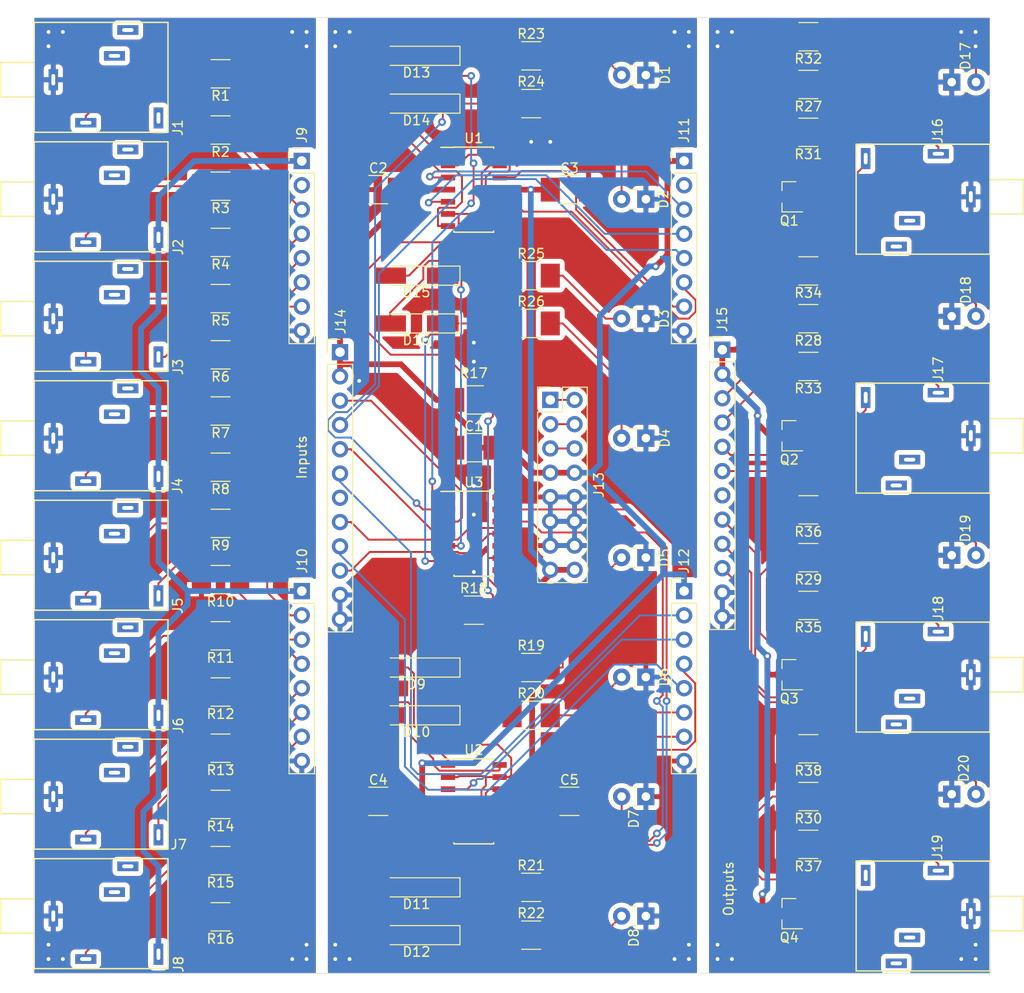
<source format=kicad_pcb>
(kicad_pcb (version 20241229) (generator "pcbnew") (generator_version "9.0")
  (layers (0 "F.Cu" signal) (2 "B.Cu" signal) (13 "F.Paste" user) (15 "B.Paste" user) (5 "F.SilkS" user "F.Silkscreen") (7 "B.SilkS" user "B.Silkscreen") (1 "F.Mask" user) (3 "B.Mask" user) (25 "Edge.Cuts" user))
  (net 0 "")
  (net 1 "/-12V_B")
  (net 2 "Net-(D1-Pad2)")
  (net 3 "Net-(D2-Pad2)")
  (net 4 "Net-(D3-Pad2)")
  (net 5 "Net-(D4-Pad2)")
  (net 6 "Net-(D5-Pad2)")
  (net 7 "Net-(D6-Pad2)")
  (net 8 "Net-(D7-Pad2)")
  (net 9 "Net-(D8-Pad2)")
  (net 10 "/GND_C")
  (net 11 "Net-(D17-Pad2)")
  (net 12 "Net-(D18-Pad2)")
  (net 13 "Net-(D19-Pad2)")
  (net 14 "Net-(D20-Pad2)")
  (net 15 "Net-(J1-Pad3)")
  (net 16 "Net-(J1-Pad2)")
  (net 17 "Net-(J2-Pad3)")
  (net 18 "Net-(J3-Pad3)")
  (net 19 "/1_Carry_A")
  (net 20 "Net-(J4-Pad3)")
  (net 21 "/2_Carry_A")
  (net 22 "Net-(J5-Pad3)")
  (net 23 "Net-(J6-Pad3)")
  (net 24 "Net-(J7-Pad3)")
  (net 25 "/3_Carry_A")
  (net 26 "Net-(J8-Pad3)")
  (net 27 "/IN2B_A")
  (net 28 "/IN2A_A")
  (net 29 "/IN1B_A")
  (net 30 "/IN1A_A")
  (net 31 "Net-(J9-Pad2)")
  (net 32 "/IN4B_A")
  (net 33 "/IN4A_A")
  (net 34 "/IN3B_A")
  (net 35 "/IN3A_A")
  (net 36 "Net-(J11-Pad2)")
  (net 37 "/IN1A_B")
  (net 38 "/IN1B_B")
  (net 39 "/1_Carry_B")
  (net 40 "/IN2A_B")
  (net 41 "/IN2B_B")
  (net 42 "/2_Carry_B")
  (net 43 "/IN3A_B")
  (net 44 "/IN3B_B")
  (net 45 "/3_Carry_B")
  (net 46 "/IN4A_B")
  (net 47 "/IN4B_B")
  (net 48 "Net-(J13-Pad5)")
  (net 49 "Net-(J13-Pad3)")
  (net 50 "Net-(J13-Pad1)")
  (net 51 "/Out4_B")
  (net 52 "/Out3_B")
  (net 53 "Net-(J14-Pad7)")
  (net 54 "/Out2_B")
  (net 55 "/Out1_C")
  (net 56 "/1_Carry_C")
  (net 57 "/Out2_C")
  (net 58 "/2_Carry_C")
  (net 59 "Net-(J15-Pad7)")
  (net 60 "/Out3_C")
  (net 61 "/3_Carry_C")
  (net 62 "/Out4_C")
  (net 63 "Net-(J16-Pad3)")
  (net 64 "Net-(J17-Pad3)")
  (net 65 "Net-(J18-Pad3)")
  (net 66 "Net-(J19-Pad3)")
  (net 67 "Net-(J19-Pad2)")
  (net 68 "+12V_B")
  (net 69 "GND_B")
  (net 70 "GND_A")
  (net 71 "+12VDC_A")
  (net 72 "+12V_C")
  (net 73 "Net-(D9-Pad2)")
  (net 74 "Net-(D9-Pad1)")
  (net 75 "Net-(D10-Pad2)")
  (net 76 "Net-(D10-Pad1)")
  (net 77 "Net-(D11-Pad1)")
  (net 78 "Net-(D11-Pad2)")
  (net 79 "Net-(D12-Pad2)")
  (net 80 "Net-(D12-Pad1)")
  (net 81 "Net-(D13-Pad1)")
  (net 82 "Net-(D13-Pad2)")
  (net 83 "Net-(D14-Pad1)")
  (net 84 "Net-(D14-Pad2)")
  (net 85 "Net-(D15-Pad1)")
  (net 86 "Net-(D15-Pad2)")
  (net 87 "Net-(D16-Pad2)")
  (net 88 "Net-(D16-Pad1)")
  (net 89 "Net-(Q1-Pad2)")
  (net 90 "Net-(Q2-Pad2)")
  (net 91 "Net-(Q3-Pad2)")
  (net 92 "Net-(Q4-Pad2)")
  (net 93 "Bias")
  (net 94 "Net-(J14-Pad3)")
  (footprint "LEDs:LED_Rectangular_W3.9mm_H1.9mm" (layer "F.Cu") (at 64 6.0147 180)
    (property "Reference" "D1")
    (property "Value" "LED")
  )
  (footprint "LEDs:LED_Rectangular_W3.9mm_H1.9mm" (layer "F.Cu") (at 64 19 180)
    (property "Reference" "D2")
    (property "Value" "LED")
  )
  (footprint "LEDs:LED_Rectangular_W3.9mm_H1.9mm" (layer "F.Cu") (at 64 31.5 180)
    (property "Reference" "D3")
    (property "Value" "LED")
  )
  (footprint "LEDs:LED_Rectangular_W3.9mm_H1.9mm" (layer "F.Cu") (at 64 44 180)
    (property "Reference" "D4")
    (property "Value" "LED")
  )
  (footprint "LEDs:LED_Rectangular_W3.9mm_H1.9mm" (layer "F.Cu") (at 64 56.5 180)
    (property "Reference" "D5")
    (property "Value" "LED")
  )
  (footprint "LEDs:LED_Rectangular_W3.9mm_H1.9mm" (layer "F.Cu") (at 64 69 180)
    (property "Reference" "D6")
    (property "Value" "LED")
  )
  (footprint "LEDs:LED_Rectangular_W3.9mm_H1.9mm" (layer "F.Cu") (at 64 81.5 180)
    (property "Reference" "D7")
    (property "Value" "LED")
  )
  (footprint "LEDs:LED_Rectangular_W3.9mm_H1.9mm" (layer "F.Cu") (at 64 94 180)
    (property "Reference" "D8")
    (property "Value" "LED")
  )
  (footprint "LEDs:LED_Rectangular_W3.9mm_H1.9mm" (layer "F.Cu") (at 96 6.75)
    (property "Reference" "D17")
    (property "Value" "LED")
  )
  (footprint "LEDs:LED_Rectangular_W3.9mm_H1.9mm" (layer "F.Cu") (at 96 31.25)
    (property "Reference" "D18")
    (property "Value" "LED")
  )
  (footprint "LEDs:LED_Rectangular_W3.9mm_H1.9mm" (layer "F.Cu") (at 96 56.25)
    (property "Reference" "D19")
    (property "Value" "LED")
  )
  (footprint "LEDs:LED_Rectangular_W3.9mm_H1.9mm" (layer "F.Cu") (at 96 81.25)
    (property "Reference" "D20")
    (property "Value" "LED")
  )
  (footprint "Pin_Headers:Pin_Header_Straight_1x08_Pitch2.54mm" (layer "F.Cu") (at 28 15)
    (property "Reference" "J9")
    (property "Value" "Conn_01x08")
  )
  (footprint "Pin_Headers:Pin_Header_Straight_1x08_Pitch2.54mm" (layer "F.Cu") (at 28 60)
    (property "Reference" "J10")
    (property "Value" "Conn_01x08")
  )
  (footprint "Pin_Headers:Pin_Header_Straight_1x08_Pitch2.54mm" (layer "F.Cu") (at 68 15)
    (property "Reference" "J11")
    (property "Value" "Conn_01x08")
  )
  (footprint "Pin_Headers:Pin_Header_Straight_1x08_Pitch2.54mm" (layer "F.Cu") (at 68 60)
    (property "Reference" "J12")
    (property "Value" "Conn_01x08")
  )
  (footprint "Pin_Headers:Pin_Header_Straight_2x08_Pitch2.54mm" (layer "F.Cu") (at 54 40)
    (property "Reference" "J13")
    (property "Value" "Conn_02x08_Odd_Even")
  )
  (footprint "Pin_Headers:Pin_Header_Straight_1x12_Pitch2.54mm" (layer "F.Cu") (at 32 35)
    (property "Reference" "J14")
    (property "Value" "Conn_01x12")
  )
  (footprint "Pin_Headers:Pin_Header_Straight_1x12_Pitch2.54mm" (layer "F.Cu") (at 72 34.75)
    (property "Reference" "J15")
    (property "Value" "Conn_01x12")
  )
  (footprint "Custom_Library:Mono_Jack_3.5mm_Switch_Switchcraft_35RAPC2AH3" (layer "F.Cu") (at 100 18.75 180)
    (property "Reference" "J16")
    (property "Value" "AudioJack1_Switch")
  )
  (footprint "Custom_Library:Mono_Jack_3.5mm_Switch_Switchcraft_35RAPC2AH3" (layer "F.Cu") (at 100 43.75 180)
    (property "Reference" "J17")
    (property "Value" "AudioJack1_Switch")
  )
  (footprint "Custom_Library:Mono_Jack_3.5mm_Switch_Switchcraft_35RAPC2AH3" (layer "F.Cu") (at 100 68.75 180)
    (property "Reference" "J18")
    (property "Value" "AudioJack1_Switch")
  )
  (footprint "Custom_Library:Mono_Jack_3.5mm_Switch_Switchcraft_35RAPC2AH3" (layer "F.Cu") (at 100 93.75 180)
    (property "Reference" "J19")
    (property "Value" "AudioJack1_Switch")
  )
  (footprint "Custom_Library:Mono_Jack_3.5mm_Switch_Switchcraft_35RAPC2AH3" (layer "F.Cu") (at 0 56.5)
    (property "Reference" "J5")
    (property "Value" "AudioJack1_Switch")
  )
  (footprint "Custom_Library:Mono_Jack_3.5mm_Switch_Switchcraft_35RAPC2AH3" (layer "F.Cu") (at 0 6.5)
    (property "Reference" "J1")
    (property "Value" "AudioJack1_Switch")
  )
  (footprint "Custom_Library:Mono_Jack_3.5mm_Switch_Switchcraft_35RAPC2AH3" (layer "F.Cu") (at 0 94)
    (property "Reference" "J8")
    (property "Value" "AudioJack1_Switch")
  )
  (footprint "Custom_Library:Mono_Jack_3.5mm_Switch_Switchcraft_35RAPC2AH3" (layer "F.Cu") (at 0 31.5)
    (property "Reference" "J3")
    (property "Value" "AudioJack1_Switch")
  )
  (footprint "Custom_Library:Mono_Jack_3.5mm_Switch_Switchcraft_35RAPC2AH3" (layer "F.Cu") (at 0 69)
    (property "Reference" "J6")
    (property "Value" "AudioJack1_Switch")
  )
  (footprint "Custom_Library:Mono_Jack_3.5mm_Switch_Switchcraft_35RAPC2AH3" (layer "F.Cu") (at 0 19)
    (property "Reference" "J2")
    (property "Value" "AudioJack1_Switch")
  )
  (footprint "Custom_Library:Mono_Jack_3.5mm_Switch_Switchcraft_35RAPC2AH3" (layer "F.Cu") (at 0 81.5)
    (property "Reference" "J7")
    (property "Value" "AudioJack1_Switch")
  )
  (footprint "Custom_Library:Mono_Jack_3.5mm_Switch_Switchcraft_35RAPC2AH3" (layer "F.Cu") (at 0 44)
    (property "Reference" "J4")
    (property "Value" "AudioJack1_Switch")
  )
  (footprint "Capacitors_SMD:C_1210_HandSoldering" (layer "F.Cu") (at 46 45)
    (property "Reference" "C1")
    (property "Value" "10uF")
  )
  (footprint "Capacitors_SMD:C_1210_HandSoldering" (layer "F.Cu") (at 36 18)
    (property "Reference" "C2")
    (property "Value" "10uF")
  )
  (footprint "Capacitors_SMD:C_1210_HandSoldering" (layer "F.Cu") (at 56 18)
    (property "Reference" "C3")
    (property "Value" "10uF")
  )
  (footprint "Capacitors_SMD:C_1210_HandSoldering" (layer "F.Cu") (at 36 82)
    (property "Reference" "C4")
    (property "Value" "10uF")
  )
  (footprint "Capacitors_SMD:C_1210_HandSoldering" (layer "F.Cu") (at 56 82)
    (property "Reference" "C5")
    (property "Value" "10uF")
  )
  (footprint "Diodes_SMD:D_MiniMELF_Handsoldering" (layer "F.Cu") (at 40 68 180)
    (property "Reference" "D9")
    (property "Value" "LL4148")
  )
  (footprint "Diodes_SMD:D_MiniMELF_Handsoldering" (layer "F.Cu") (at 40 73 180)
    (property "Reference" "D10")
    (property "Value" "LL4148")
  )
  (footprint "Diodes_SMD:D_MiniMELF_Handsoldering" (layer "F.Cu") (at 40 91 180)
    (property "Reference" "D11")
    (property "Value" "LL4148")
  )
  (footprint "Diodes_SMD:D_MiniMELF_Handsoldering" (layer "F.Cu") (at 40 96 180)
    (property "Reference" "D12")
    (property "Value" "LL4148")
  )
  (footprint "Diodes_SMD:D_MiniMELF_Handsoldering" (layer "F.Cu") (at 40 4 180)
    (property "Reference" "D13")
    (property "Value" "LL4148")
  )
  (footprint "Diodes_SMD:D_MiniMELF_Handsoldering" (layer "F.Cu") (at 40 9 180)
    (property "Reference" "D14")
    (property "Value" "LL4148")
  )
  (footprint "Diodes_SMD:D_MiniMELF_Handsoldering" (layer "F.Cu") (at 40 27 180)
    (property "Reference" "D15")
    (property "Value" "LL4148")
  )
  (footprint "Diodes_SMD:D_MiniMELF_Handsoldering" (layer "F.Cu") (at 40 32 180)
    (property "Reference" "D16")
    (property "Value" "LL4148")
  )
  (footprint "TO_SOT_Packages_SMD:SOT-23" (layer "F.Cu") (at 79 18.75 180)
    (property "Reference" "Q1")
    (property "Value" "MMBT3904")
  )
  (footprint "TO_SOT_Packages_SMD:SOT-23" (layer "F.Cu") (at 79 43.75 180)
    (property "Reference" "Q2")
    (property "Value" "MMBT3904")
  )
  (footprint "TO_SOT_Packages_SMD:SOT-23" (layer "F.Cu") (at 79 68.75 180)
    (property "Reference" "Q3")
    (property "Value" "MMBT3904")
  )
  (footprint "TO_SOT_Packages_SMD:SOT-23" (layer "F.Cu") (at 79 93.75 180)
    (property "Reference" "Q4")
    (property "Value" "MMBT3904")
  )
  (footprint "Resistors_SMD:R_1210_HandSoldering" (layer "F.Cu") (at 19.5 5.88 180)
    (property "Reference" "R1")
    (property "Value" "1k")
  )
  (footprint "Resistors_SMD:R_1210_HandSoldering" (layer "F.Cu") (at 19.5 11.76 180)
    (property "Reference" "R2")
    (property "Value" "100k")
  )
  (footprint "Resistors_SMD:R_1210_HandSoldering" (layer "F.Cu") (at 19.5 17.64 180)
    (property "Reference" "R3")
    (property "Value" "1k")
  )
  (footprint "Resistors_SMD:R_1210_HandSoldering" (layer "F.Cu") (at 19.5 23.52 180)
    (property "Reference" "R4")
    (property "Value" "100k")
  )
  (footprint "Resistors_SMD:R_1210_HandSoldering" (layer "F.Cu") (at 19.5 29.4 180)
    (property "Reference" "R5")
    (property "Value" "1k")
  )
  (footprint "Resistors_SMD:R_1210_HandSoldering" (layer "F.Cu") (at 19.5 35.28 180)
    (property "Reference" "R6")
    (property "Value" "100k")
  )
  (footprint "Resistors_SMD:R_1210_HandSoldering" (layer "F.Cu") (at 19.5 41.16 180)
    (property "Reference" "R7")
    (property "Value" "1k")
  )
  (footprint "Resistors_SMD:R_1210_HandSoldering" (layer "F.Cu") (at 19.5 47.04 180)
    (property "Reference" "R8")
    (property "Value" "100k")
  )
  (footprint "Resistors_SMD:R_1210_HandSoldering" (layer "F.Cu") (at 19.5 52.92 180)
    (property "Reference" "R9")
    (property "Value" "1k")
  )
  (footprint "Resistors_SMD:R_1210_HandSoldering" (layer "F.Cu") (at 19.5 58.8 180)
    (property "Reference" "R10")
    (property "Value" "100k")
  )
  (footprint "Resistors_SMD:R_1210_HandSoldering" (layer "F.Cu") (at 19.5 64.68 180)
    (property "Reference" "R11")
    (property "Value" "1k")
  )
  (footprint "Resistors_SMD:R_1210_HandSoldering" (layer "F.Cu") (at 19.5 70.56 180)
    (property "Reference" "R12")
    (property "Value" "100k")
  )
  (footprint "Resistors_SMD:R_1210_HandSoldering" (layer "F.Cu") (at 19.5 76.44 180)
    (property "Reference" "R13")
    (property "Value" "1k")
  )
  (footprint "Resistors_SMD:R_1210_HandSoldering" (layer "F.Cu") (at 19.5 82.32 180)
    (property "Reference" "R14")
    (property "Value" "100k")
  )
  (footprint "Resistors_SMD:R_1210_HandSoldering" (layer "F.Cu") (at 19.5 88.2 180)
    (property "Reference" "R15")
    (property "Value" "1k")
  )
  (footprint "Resistors_SMD:R_1210_HandSoldering" (layer "F.Cu") (at 19.5 94.08 180)
    (property "Reference" "R16")
    (property "Value" "100k")
  )
  (footprint "Resistors_SMD:R_1210_HandSoldering" (layer "F.Cu") (at 46 40 180)
    (property "Reference" "R17")
    (property "Value" "100k")
  )
  (footprint "Resistors_SMD:R_1210_HandSoldering" (layer "F.Cu") (at 46 62)
    (property "Reference" "R18")
    (property "Value" "10k")
  )
  (footprint "Resistors_SMD:R_1210_HandSoldering" (layer "F.Cu") (at 52 68)
    (property "Reference" "R19")
    (property "Value" "2k7")
  )
  (footprint "Resistors_SMD:R_1210_HandSoldering" (layer "F.Cu") (at 52 73)
    (property "Reference" "R20")
    (property "Value" "2k7")
  )
  (footprint "Resistors_SMD:R_1210_HandSoldering" (layer "F.Cu") (at 52 91)
    (property "Reference" "R21")
    (property "Value" "2k7")
  )
  (footprint "Resistors_SMD:R_1210_HandSoldering" (layer "F.Cu") (at 52 96)
    (property "Reference" "R22")
    (property "Value" "2k7")
  )
  (footprint "Resistors_SMD:R_1210_HandSoldering" (layer "F.Cu") (at 52 4)
    (property "Reference" "R23")
    (property "Value" "2k7")
  )
  (footprint "Resistors_SMD:R_1210_HandSoldering" (layer "F.Cu") (at 52 9)
    (property "Reference" "R24")
    (property "Value" "2k7")
  )
  (footprint "Resistors_SMD:R_1210_HandSoldering" (layer "F.Cu") (at 52 27)
    (property "Reference" "R25")
    (property "Value" "2k7")
  )
  (footprint "Resistors_SMD:R_1210_HandSoldering" (layer "F.Cu") (at 52 32)
    (property "Reference" "R26")
    (property "Value" "2k7")
  )
  (footprint "Resistors_SMD:R_1210_HandSoldering" (layer "F.Cu") (at 81 7 180)
    (property "Reference" "R27")
    (property "Value" "1k")
  )
  (footprint "Resistors_SMD:R_1210_HandSoldering" (layer "F.Cu") (at 81 31.5 180)
    (property "Reference" "R28")
    (property "Value" "1k")
  )
  (footprint "Resistors_SMD:R_1210_HandSoldering" (layer "F.Cu") (at 81 56.5 180)
    (property "Reference" "R29")
    (property "Value" "1k")
  )
  (footprint "Resistors_SMD:R_1210_HandSoldering" (layer "F.Cu") (at 81 81.5 180)
    (property "Reference" "R30")
    (property "Value" "1k")
  )
  (footprint "Resistors_SMD:R_1210_HandSoldering" (layer "F.Cu") (at 81 12 180)
    (property "Reference" "R31")
    (property "Value" "1k")
  )
  (footprint "Resistors_SMD:R_1210_HandSoldering" (layer "F.Cu") (at 81 2 180)
    (property "Reference" "R32")
    (property "Value" "2k7")
  )
  (footprint "Resistors_SMD:R_1210_HandSoldering" (layer "F.Cu") (at 81 36.5 180)
    (property "Reference" "R33")
    (property "Value" "1k")
  )
  (footprint "Resistors_SMD:R_1210_HandSoldering" (layer "F.Cu") (at 81 26.5 180)
    (property "Reference" "R34")
    (property "Value" "2k7")
  )
  (footprint "Resistors_SMD:R_1210_HandSoldering" (layer "F.Cu") (at 81 61.5 180)
    (property "Reference" "R35")
    (property "Value" "1k")
  )
  (footprint "Resistors_SMD:R_1210_HandSoldering" (layer "F.Cu") (at 81 51.5 180)
    (property "Reference" "R36")
    (property "Value" "2k7")
  )
  (footprint "Resistors_SMD:R_1210_HandSoldering" (layer "F.Cu") (at 81 86.5 180)
    (property "Reference" "R37")
    (property "Value" "1k")
  )
  (footprint "Resistors_SMD:R_1210_HandSoldering" (layer "F.Cu") (at 81 76.5 180)
    (property "Reference" "R38")
    (property "Value" "2k7")
  )
  (footprint "Housings_SOIC:SOIC-14_3.9x8.7mm_Pitch1.27mm" (layer "F.Cu") (at 46 18)
    (property "Reference" "U1")
    (property "Value" "TL074")
  )
  (footprint "Housings_SOIC:SOIC-14_3.9x8.7mm_Pitch1.27mm" (layer "F.Cu") (at 46 82)
    (property "Reference" "U2")
    (property "Value" "TL074")
  )
  (footprint "Housings_SOIC:SOIC-14_3.9x8.7mm_Pitch1.27mm" (layer "F.Cu") (at 46 54)
    (property "Reference" "U3")
    (property "Value" "CD4070")
  )
  (gr_line (start 0 0) (end 100 0) (stroke (width 0.05)) (layer "Edge.Cuts"))
  (gr_line (start 0 100) (end 100 100) (stroke (width 0.05)) (layer "Edge.Cuts"))
  (gr_line (start 100 0) (end 100 100) (stroke (width 0.05)) (layer "Edge.Cuts"))
  (gr_line (start 0 0) (end 0 100) (stroke (width 0.05)) (layer "Edge.Cuts"))
  (gr_text "Outputs" (at 72.6567 91.14282 90) (layer "F.SilkS") (effects (font (size 1 1))))
  (gr_text "Inputs" (at 28 46 90) (layer "F.SilkS") (effects (font (size 1 1))))
  (segment (start 52.0997 18) (end 51.9582 18) (width 0.6) (layer "F.Cu") (net 1))
  (segment (start 54 18) (end 52.0997 18) (width 0.6) (layer "F.Cu") (net 1))
  (segment (start 51.9582 18) (end 48.7 18) (width 0.6) (layer "F.Cu") (net 1))
  (segment (start 51.9582 18) (end 51.9582 17.99997) (width 0.6) (layer "F.Cu") (net 1))
  (segment (start 52.0997 82) (end 48.7 82) (width 0.6) (layer "F.Cu") (net 1))
  (segment (start 53.0499 82) (end 52.0997 82) (width 0.6) (layer "F.Cu") (net 1))
  (segment (start 54.4501 57.78) (end 56.54 57.78) (width 0.6) (layer "F.Cu") (net 1))
  (segment (start 54.4501 57.78) (end 52.0997 60.1304) (width 0.6) (layer "F.Cu") (net 1))
  (segment (start 52.0997 60.1304) (end 52.0997 82) (width 0.6) (layer "F.Cu") (net 1))
  (segment (start 54 57.78) (end 54.4501 57.78) (width 0.6) (layer "F.Cu") (net 1))
  (segment (start 54 82) (end 53.0499 82) (width 0.6) (layer "F.Cu") (net 1))
  (via (at 51.9582 17.99997) (size 0.8) (drill 0.4) (layers "F.Cu" "B.Cu") (net 1))
  (segment (start 54 57.78) (end 51.9582 55.7382) (width 0.6) (layer "B.Cu") (net 1))
  (segment (start 51.9582 55.7382) (end 51.9582 17.99997) (width 0.6) (layer "B.Cu") (net 1))
  (segment (start 59.4453 4) (end 61.46 6.0147) (width 0.2) (layer "F.Cu") (net 2))
  (segment (start 54 4) (end 59.4453 4) (width 0.2) (layer "F.Cu") (net 2))
  (segment (start 54 9) (end 55.3003 9) (width 0.2) (layer "F.Cu") (net 3))
  (segment (start 61.46 15.1597) (end 61.46 19) (width 0.2) (layer "F.Cu") (net 3))
  (segment (start 55.3003 9) (end 61.46 15.1597) (width 0.2) (layer "F.Cu") (net 3))
  (segment (start 59.8003 31.5) (end 61.46 31.5) (width 0.2) (layer "F.Cu") (net 4))
  (segment (start 55.3003 27) (end 59.8003 31.5) (width 0.2) (layer "F.Cu") (net 4))
  (segment (start 54 27) (end 55.3003 27) (width 0.2) (layer "F.Cu") (net 4))
  (segment (start 61.46 38.1597) (end 61.46 44) (width 0.2) (layer "F.Cu") (net 5))
  (segment (start 54 32) (end 55.3003 32) (width 0.2) (layer "F.Cu") (net 5))
  (segment (start 55.3003 32) (end 61.46 38.1597) (width 0.2) (layer "F.Cu") (net 5))
  (segment (start 55.3003 62.6597) (end 61.46 56.5) (width 0.2) (layer "F.Cu") (net 6))
  (segment (start 54 68) (end 55.3003 68) (width 0.2) (layer "F.Cu") (net 6))
  (segment (start 55.3003 68) (end 55.3003 62.6597) (width 0.2) (layer "F.Cu") (net 6))
  (segment (start 57.46 73) (end 61.46 69) (width 0.2) (layer "F.Cu") (net 7))
  (segment (start 54 73) (end 57.46 73) (width 0.2) (layer "F.Cu") (net 7))
  (segment (start 54 91) (end 55.558 91) (width 0.2) (layer "F.Cu") (net 8))
  (segment (start 55.558 91) (end 61.468 85.09) (width 0.2) (layer "F.Cu") (net 8))
  (segment (start 61.468 85.09) (end 61.468 81.508) (width 0.2) (layer "F.Cu") (net 8))
  (segment (start 61.468 81.508) (end 61.46 81.5) (width 0.2) (layer "F.Cu") (net 8))
  (segment (start 59.46 96) (end 61.46 94) (width 0.2) (layer "F.Cu") (net 9))
  (segment (start 54 96) (end 59.46 96) (width 0.2) (layer "F.Cu") (net 9))
  (via (at 71.5 97) (size 0.8) (drill 0.4) (layers "F.Cu" "B.Cu") (net 10))
  (via (at 73 1.5) (size 0.8) (drill 0.4) (layers "F.Cu" "B.Cu") (net 10))
  (via (at 71.5 3) (size 0.8) (drill 0.4) (layers "F.Cu" "B.Cu") (net 10))
  (via (at 98.5 3) (size 0.8) (drill 0.4) (layers "F.Cu" "B.Cu") (net 10))
  (via (at 73 98.5) (size 0.8) (drill 0.4) (layers "F.Cu" "B.Cu") (net 10))
  (via (at 98.5 1.5) (size 0.8) (drill 0.4) (layers "F.Cu" "B.Cu") (net 10))
  (via (at 71.5 98.5) (size 0.8) (drill 0.4) (layers "F.Cu" "B.Cu") (net 10))
  (via (at 97 1.5) (size 0.8) (drill 0.4) (layers "F.Cu" "B.Cu") (net 10))
  (via (at 98.5 98.5) (size 0.8) (drill 0.4) (layers "F.Cu" "B.Cu") (net 10))
  (via (at 98.5 97) (size 0.8) (drill 0.4) (layers "F.Cu" "B.Cu") (net 10))
  (via (at 97 98.5) (size 0.8) (drill 0.4) (layers "F.Cu" "B.Cu") (net 10))
  (via (at 71.5 1.5) (size 0.8) (drill 0.4) (layers "F.Cu" "B.Cu") (net 10))
  (segment (start 84.2 2) (end 84.232 2.032) (width 0.2) (layer "F.Cu") (net 11))
  (segment (start 84.232 2.032) (end 95.504 2.032) (width 0.2) (layer "F.Cu") (net 11))
  (segment (start 98.54 5.068) (end 98.54 6.75) (width 0.2) (layer "F.Cu") (net 11))
  (segment (start 83 2) (end 84.2 2) (width 0.2) (layer "F.Cu") (net 11))
  (segment (start 95.504 2.032) (end 98.54 5.068) (width 0.2) (layer "F.Cu") (net 11))
  (segment (start 98.54 29.9772) (end 98.54 31.25) (width 0.2) (layer "F.Cu") (net 12))
  (segment (start 83 26.5) (end 95.0628 26.5) (width 0.2) (layer "F.Cu") (net 12))
  (segment (start 95.0628 26.5) (end 98.54 29.9772) (width 0.2) (layer "F.Cu") (net 12))
  (segment (start 98.54 54.9772) (end 98.54 56.25) (width 0.2) (layer "F.Cu") (net 13))
  (segment (start 83 51.5) (end 95.0628 51.5) (width 0.2) (layer "F.Cu") (net 13))
  (segment (start 95.0628 51.5) (end 98.54 54.9772) (width 0.2) (layer "F.Cu") (net 13))
  (segment (start 98.54 79.9772) (end 98.54 81.25) (width 0.2) (layer "F.Cu") (net 14))
  (segment (start 83 76.5) (end 95.0628 76.5) (width 0.2) (layer "F.Cu") (net 14))
  (segment (start 95.0628 76.5) (end 98.54 79.9772) (width 0.2) (layer "F.Cu") (net 14))
  (segment (start 5.4 10.3) (end 9.82 5.88) (width 0.2) (layer "F.Cu") (net 15))
  (segment (start 5.4 11) (end 5.4 10.3) (width 0.2) (layer "F.Cu") (net 15))
  (segment (start 9.82 5.88) (end 17.5 5.88) (width 0.2) (layer "F.Cu") (net 15))
  (segment (start 5.4 23.5) (end 5.4 22.8) (width 0.2) (layer "F.Cu") (net 17))
  (segment (start 5.4 22.8) (end 10.56 17.64) (width 0.2) (layer "F.Cu") (net 17))
  (segment (start 10.56 17.64) (end 17.5 17.64) (width 0.2) (layer "F.Cu") (net 17))
  (segment (start 5.4 34.986) (end 10.986 29.4) (width 0.2) (layer "F.Cu") (net 18))
  (segment (start 5.4 36) (end 5.4 34.986) (width 0.2) (layer "F.Cu") (net 18))
  (segment (start 10.986 29.4) (end 17.5 29.4) (width 0.2) (layer "F.Cu") (net 18))
  (segment (start 14.986 33.02) (end 15.748 32.258) (width 0.2) (layer "F.Cu") (net 19))
  (segment (start 20.574 26.162) (end 26.998 26.162) (width 0.2) (layer "F.Cu") (net 19))
  (segment (start 18.796 32.258) (end 19.558 31.496) (width 0.2) (layer "F.Cu") (net 19))
  (segment (start 26.998 26.162) (end 28 25.16) (width 0.2) (layer "F.Cu") (net 19))
  (segment (start 15.748 32.258) (end 18.796 32.258) (width 0.2) (layer "F.Cu") (net 19))
  (segment (start 13 35.5) (end 13.7 35.5) (width 0.2) (layer "F.Cu") (net 19))
  (segment (start 14.986 34.214) (end 14.986 33.02) (width 0.2) (layer "F.Cu") (net 19))
  (segment (start 19.558 31.496) (end 19.558 27.178) (width 0.2) (layer "F.Cu") (net 19))
  (segment (start 13.7 35.5) (end 14.986 34.214) (width 0.2) (layer "F.Cu") (net 19))
  (segment (start 19.558 27.178) (end 20.574 26.162) (width 0.2) (layer "F.Cu") (net 19))
  (segment (start 12.04 41.16) (end 17.5 41.16) (width 0.2) (layer "F.Cu") (net 20))
  (segment (start 5.4 48.5) (end 5.4 47.8) (width 0.2) (layer "F.Cu") (net 20))
  (segment (start 5.4 47.8) (end 12.04 41.16) (width 0.2) (layer "F.Cu") (net 20))
  (segment (start 23.368 50.546) (end 24.384 51.562) (width 0.2) (layer "F.Cu") (net 21))
  (segment (start 19.558 51.562) (end 20.574 50.546) (width 0.2) (layer "F.Cu") (net 21))
  (segment (start 20.574 50.546) (end 23.368 50.546) (width 0.2) (layer "F.Cu") (net 21))
  (segment (start 19.05 55.88) (end 19.558 55.372) (width 0.2) (layer "F.Cu") (net 21))
  (segment (start 24.384 51.562) (end 24.384 60.1261) (width 0.2) (layer "F.Cu") (net 21))
  (segment (start 19.558 55.372) (end 19.558 51.562) (width 0.2) (layer "F.Cu") (net 21))
  (segment (start 26.7979 62.54) (end 28 62.54) (width 0.2) (layer "F.Cu") (net 21))
  (segment (start 13 60.5) (end 13 59.2) (width 0.2) (layer "F.Cu") (net 21))
  (segment (start 24.384 60.1261) (end 26.7979 62.54) (width 0.2) (layer "F.Cu") (net 21))
  (segment (start 16.32 55.88) (end 19.05 55.88) (width 0.2) (layer "F.Cu") (net 21))
  (segment (start 13 59.2) (end 16.32 55.88) (width 0.2) (layer "F.Cu") (net 21))
  (segment (start 5.4 61) (end 5.4 60.3) (width 0.2) (layer "F.Cu") (net 22))
  (segment (start 5.4 60.3) (end 12.78 52.92) (width 0.2) (layer "F.Cu") (net 22))
  (segment (start 12.78 52.92) (end 17.5 52.92) (width 0.2) (layer "F.Cu") (net 22))
  (segment (start 13.52 64.68) (end 17.5 64.68) (width 0.2) (layer "F.Cu") (net 23))
  (segment (start 5.4 72.8) (end 13.52 64.68) (width 0.2) (layer "F.Cu") (net 23))
  (segment (start 5.4 73.5) (end 5.4 72.8) (width 0.2) (layer "F.Cu") (net 23))
  (segment (start 14.26 76.44) (end 17.5 76.44) (width 0.2) (layer "F.Cu") (net 24))
  (segment (start 5.4 85.3) (end 14.26 76.44) (width 0.2) (layer "F.Cu") (net 24))
  (segment (start 5.4 86) (end 5.4 85.3) (width 0.2) (layer "F.Cu") (net 24))
  (segment (start 13 82.25) (end 16.002 79.248) (width 0.2) (layer "F.Cu") (net 25))
  (segment (start 16.002 79.248) (end 18.288 79.248) (width 0.2) (layer "F.Cu") (net 25))
  (segment (start 20.828 73.406) (end 24.754 73.406) (width 0.2) (layer "F.Cu") (net 25))
  (segment (start 24.754 73.406) (end 28 70.16) (width 0.2) (layer "F.Cu") (net 25))
  (segment (start 19.558 77.978) (end 19.558 74.676) (width 0.2) (layer "F.Cu") (net 25))
  (segment (start 18.288 79.248) (end 19.558 77.978) (width 0.2) (layer "F.Cu") (net 25))
  (segment (start 13 85.5) (end 13 82.25) (width 0.2) (layer "F.Cu") (net 25))
  (segment (start 19.558 74.676) (end 20.828 73.406) (width 0.2) (layer "F.Cu") (net 25))
  (segment (start 5.4 97.8) (end 15 88.2) (width 0.2) (layer "F.Cu") (net 26))
  (segment (start 5.4 98.5) (end 5.4 97.8) (width 0.2) (layer "F.Cu") (net 26))
  (segment (start 15 88.2) (end 17.5 88.2) (width 0.2) (layer "F.Cu") (net 26))
  (segment (start 25.4 38.46) (end 25.4 31.496) (width 0.2) (layer "F.Cu") (net 27))
  (segment (start 21.5 41.16) (end 22.7 41.16) (width 0.2) (layer "F.Cu") (net 27))
  (segment (start 22.7 41.16) (end 25.4 38.46) (width 0.2) (layer "F.Cu") (net 27))
  (segment (start 21.5 47.04) (end 21.5 41.16) (width 0.2) (layer "F.Cu") (net 27))
  (segment (start 26.656 30.24) (end 28 30.24) (width 0.2) (layer "F.Cu") (net 27))
  (segment (start 25.4 31.496) (end 26.656 30.24) (width 0.2) (layer "F.Cu") (net 27))
  (segment (start 26.3 29.4) (end 28 27.7) (width 0.2) (layer "F.Cu") (net 28))
  (segment (start 21.5 29.4) (end 21.5 35.28) (width 0.2) (layer "F.Cu") (net 28))
  (segment (start 21.5 29.4) (end 26.3 29.4) (width 0.2) (layer "F.Cu") (net 28))
  (segment (start 21.5 17.64) (end 21.5 23.52) (width 0.2) (layer "F.Cu") (net 29))
  (segment (start 27.1 23.52) (end 28 22.62) (width 0.2) (layer "F.Cu") (net 29))
  (segment (start 21.5 23.52) (end 27.1 23.52) (width 0.2) (layer "F.Cu") (net 29))
  (segment (start 21.5 13.58) (end 28 20.08) (width 0.2) (layer "F.Cu") (net 30))
  (segment (start 21.5 11.76) (end 21.5 13.58) (width 0.2) (layer "F.Cu") (net 30))
  (segment (start 21.5 5.88) (end 21.5 11.76) (width 0.2) (layer "F.Cu") (net 30))
  (segment (start 22.7 88.2) (end 25.4 85.5) (width 0.2) (layer "F.Cu") (net 32))
  (segment (start 21.5 94.08) (end 21.5 88.2) (width 0.2) (layer "F.Cu") (net 32))
  (segment (start 21.5 88.2) (end 22.7 88.2) (width 0.2) (layer "F.Cu") (net 32))
  (segment (start 25.4 85.5) (end 25.4 77.84) (width 0.2) (layer "F.Cu") (net 32))
  (segment (start 25.4 77.84) (end 28 75.24) (width 0.2) (layer "F.Cu") (net 32))
  (segment (start 21.5 76.44) (end 24.26 76.44) (width 0.2) (layer "F.Cu") (net 33))
  (segment (start 24.26 76.44) (end 28 72.7) (width 0.2) (layer "F.Cu") (net 33))
  (segment (start 21.5 82.32) (end 21.5 76.44) (width 0.2) (layer "F.Cu") (net 33))
  (segment (start 21.5 70.56) (end 21.5 64.68) (width 0.2) (layer "F.Cu") (net 34))
  (segment (start 28 67.62) (end 25.06 64.68) (width 0.2) (layer "F.Cu") (net 34))
  (segment (start 25.06 64.68) (end 21.5 64.68) (width 0.2) (layer "F.Cu") (net 34))
  (segment (start 21.5 58.8) (end 21.5 60.25) (width 0.2) (layer "F.Cu") (net 35))
  (segment (start 21.5 60.25) (end 26.33 65.08) (width 0.2) (layer "F.Cu") (net 35))
  (segment (start 21.5 52.92) (end 21.5 58.8) (width 0.2) (layer "F.Cu") (net 35))
  (segment (start 26.33 65.08) (end 28 65.08) (width 0.2) (layer "F.Cu") (net 35))
  (segment (start 43.3 16.73) (end 41.489915 16.73) (width 0.2) (layer "F.Cu") (net 37))
  (segment (start 41.489915 16.73) (end 41.396915 16.637) (width 0.2) (layer "F.Cu") (net 37))
  (via (at 41.396915 16.637) (size 0.8) (drill 0.4) (layers "F.Cu" "B.Cu") (net 37))
  (segment (start 68 20.08) (end 64.019961 16.099961) (width 0.2) (layer "B.Cu") (net 37))
  (segment (start 41.796914 16.237001) (end 41.396915 16.637) (width 0.2) (layer "B.Cu") (net 37))
  (segment (start 41.933954 16.099961) (end 41.796914 16.237001) (width 0.2) (layer "B.Cu") (net 37))
  (segment (start 64.019961 16.099961) (end 41.933954 16.099961) (width 0.2) (layer "B.Cu") (net 37))
  (segment (start 41.369012 19.27) (end 41.275 19.364012) (width 0.2) (layer "F.Cu") (net 38))
  (segment (start 43.3 19.27) (end 41.369012 19.27) (width 0.2) (layer "F.Cu") (net 38))
  (via (at 41.275 19.364012) (size 0.8) (drill 0.4) (layers "F.Cu" "B.Cu") (net 38))
  (segment (start 53.574568 16.499968) (end 44.139044 16.499968) (width 0.2) (layer "B.Cu") (net 38))
  (segment (start 41.674999 18.964013) (end 41.275 19.364012) (width 0.2) (layer "B.Cu") (net 38))
  (segment (start 44.139044 16.499968) (end 41.674999 18.964013) (width 0.2) (layer "B.Cu") (net 38))
  (segment (start 59.6946 22.62) (end 53.574568 16.499968) (width 0.2) (layer "B.Cu") (net 38))
  (segment (start 68 22.62) (end 59.6946 22.62) (width 0.2) (layer "B.Cu") (net 38))
  (segment (start 52.478469 16.899969) (end 59.888501 24.310001) (width 0.2) (layer "B.Cu") (net 39))
  (segment (start 36.068 26.797) (end 45.965031 16.899969) (width 0.2) (layer "B.Cu") (net 39))
  (segment (start 67.150001 24.310001) (end 68 25.16) (width 0.2) (layer "B.Cu") (net 39))
  (segment (start 32 42.62) (end 36.068 38.552) (width 0.2) (layer "B.Cu") (net 39))
  (segment (start 59.888501 24.310001) (end 67.150001 24.310001) (width 0.2) (layer "B.Cu") (net 39))
  (segment (start 45.965031 16.899969) (end 52.478469 16.899969) (width 0.2) (layer "B.Cu") (net 39))
  (segment (start 36.068 38.552) (end 36.068 26.797) (width 0.2) (layer "B.Cu") (net 39))
  (segment (start 68.4794 31.496) (end 67.4247 31.496) (width 0.2) (layer "F.Cu") (net 40))
  (segment (start 67.4247 31.496) (end 56.2322 20.3035) (width 0.2) (layer "F.Cu") (net 40))
  (segment (start 68 27.7) (end 68 28.34235) (width 0.2) (layer "F.Cu") (net 40))
  (segment (start 56.2322 20.3035) (end 51.1835 20.3035) (width 0.2) (layer "F.Cu") (net 40))
  (segment (start 69.215 30.7604) (end 68.4794 31.496) (width 0.2) (layer "F.Cu") (net 40))
  (segment (start 50.15 19.27) (end 48.7 19.27) (width 0.2) (layer "F.Cu") (net 40))
  (segment (start 69.215 29.55735) (end 69.215 30.7604) (width 0.2) (layer "F.Cu") (net 40))
  (segment (start 68 28.34235) (end 69.215 29.55735) (width 0.2) (layer "F.Cu") (net 40))
  (segment (start 51.1835 20.3035) (end 50.15 19.27) (width 0.2) (layer "F.Cu") (net 40))
  (segment (start 55.3299 16.0496) (end 50.9696 16.0496) (width 0.2) (layer "F.Cu") (net 41))
  (segment (start 56.6996 17.4193) (end 55.3299 16.0496) (width 0.2) (layer "F.Cu") (net 41))
  (segment (start 68 30.24) (end 66.8497 30.24) (width 0.2) (layer "F.Cu") (net 41))
  (segment (start 50.9696 16.0496) (end 50.2892 16.73) (width 0.2) (layer "F.Cu") (net 41))
  (segment (start 56.6996 20.0899) (end 56.6996 17.4193) (width 0.2) (layer "F.Cu") (net 41))
  (segment (start 66.8497 30.24) (end 56.6996 20.0899) (width 0.2) (layer "F.Cu") (net 41))
  (segment (start 50.2892 16.73) (end 48.7 16.73) (width 0.2) (layer "F.Cu") (net 41))
  (segment (start 39.4234 78.4299) (end 40.1446 79.1511) (width 0.2) (layer "B.Cu") (net 42))
  (segment (start 32 47.7) (end 32 48.5627) (width 0.2) (layer "B.Cu") (net 42))
  (segment (start 40.1446 79.1511) (end 46.764 79.1511) (width 0.2) (layer "B.Cu") (net 42))
  (segment (start 46.764 79.1511) (end 63.3751 62.54) (width 0.2) (layer "B.Cu") (net 42))
  (segment (start 39.4234 55.9861) (end 39.4234 78.4299) (width 0.2) (layer "B.Cu") (net 42))
  (segment (start 32 48.5627) (end 39.4234 55.9861) (width 0.2) (layer "B.Cu") (net 42))
  (segment (start 63.3751 62.54) (end 68 62.54) (width 0.2) (layer "B.Cu") (net 42))
  (segment (start 45.574001 80.464799) (end 45.974 80.0648) (width 0.2) (layer "F.Cu") (net 43))
  (segment (start 45.3088 80.73) (end 45.574001 80.464799) (width 0.2) (layer "F.Cu") (net 43))
  (segment (start 43.3 80.73) (end 45.3088 80.73) (width 0.2) (layer "F.Cu") (net 43))
  (via (at 45.974 80.0648) (size 0.8) (drill 0.4) (layers "F.Cu" "B.Cu") (net 43))
  (segment (start 46.373999 79.664801) (end 45.974 80.0648) (width 0.2) (layer "B.Cu") (net 43))
  (segment (start 46.881999 79.664801) (end 46.373999 79.664801) (width 0.2) (layer "B.Cu") (net 43))
  (segment (start 61.4668 65.08) (end 46.881999 79.664801) (width 0.2) (layer "B.Cu") (net 43))
  (segment (start 68 65.08) (end 61.4668 65.08) (width 0.2) (layer "B.Cu") (net 43))
  (segment (start 68 67.62) (end 68 68.4827) (width 0.2) (layer "F.Cu") (net 44))
  (segment (start 42.309999 83.939999) (end 43.060001 83.939999) (width 0.2) (layer "F.Cu") (net 44))
  (segment (start 42.037 84.212998) (end 42.309999 83.939999) (width 0.2) (layer "F.Cu") (net 44))
  (segment (start 68.2692 76.6067) (end 60.7065 76.6067) (width 0.2) (layer "F.Cu") (net 44))
  (segment (start 56.6987 83.71) (end 55.265 85.1437) (width 0.2) (layer "F.Cu") (net 44))
  (segment (start 56.6987 80.6145) (end 56.6987 83.71) (width 0.2) (layer "F.Cu") (net 44))
  (segment (start 69.1651 75.7108) (end 68.2692 76.6067) (width 0.2) (layer "F.Cu") (net 44))
  (segment (start 43.060001 83.939999) (end 43.3 83.7) (width 0.2) (layer "F.Cu") (net 44))
  (segment (start 60.7065 76.6067) (end 56.6987 80.6145) (width 0.2) (layer "F.Cu") (net 44))
  (segment (start 42.2177 85.1437) (end 42.037 84.963) (width 0.2) (layer "F.Cu") (net 44))
  (segment (start 42.037 84.963) (end 42.037 84.212998) (width 0.2) (layer "F.Cu") (net 44))
  (segment (start 68 68.4827) (end 69.1651 69.6478) (width 0.2) (layer "F.Cu") (net 44))
  (segment (start 55.265 85.1437) (end 42.2177 85.1437) (width 0.2) (layer "F.Cu") (net 44))
  (segment (start 43.3 83.7) (end 43.3 83.27) (width 0.2) (layer "F.Cu") (net 44))
  (segment (start 69.1651 69.6478) (end 69.1651 75.7108) (width 0.2) (layer "F.Cu") (net 44))
  (segment (start 38.7905 62.9731) (end 38.7905 78.3631) (width 0.2) (layer "B.Cu") (net 45))
  (segment (start 32 56.1826) (end 38.7905 62.9731) (width 0.2) (layer "B.Cu") (net 45))
  (segment (start 67.62 70.16) (end 68 70.16) (width 0.2) (layer "B.Cu") (net 45))
  (segment (start 41.2136 80.7862) (end 47.5882 80.7862) (width 0.2) (layer "B.Cu") (net 45))
  (segment (start 60.6834 67.691) (end 65.151 67.691) (width 0.2) (layer "B.Cu") (net 45))
  (segment (start 38.7905 78.3631) (end 41.2136 80.7862) (width 0.2) (layer "B.Cu") (net 45))
  (segment (start 32 55.32) (end 32 56.1826) (width 0.2) (layer "B.Cu") (net 45))
  (segment (start 65.151 67.691) (end 67.62 70.16) (width 0.2) (layer "B.Cu") (net 45))
  (segment (start 47.5882 80.7862) (end 60.6834 67.691) (width 0.2) (layer "B.Cu") (net 45))
  (segment (start 51.2734 83.27) (end 48.7 83.27) (width 0.2) (layer "F.Cu") (net 46))
  (segment (start 51.964 83.9606) (end 51.2734 83.27) (width 0.2) (layer "F.Cu") (net 46))
  (segment (start 55.7677 80.4045) (end 55.7677 83.5063) (width 0.2) (layer "F.Cu") (net 46))
  (segment (start 68 72.7) (end 63.4722 72.7) (width 0.2) (layer "F.Cu") (net 46))
  (segment (start 55.3134 83.9606) (end 51.964 83.9606) (width 0.2) (layer "F.Cu") (net 46))
  (segment (start 63.4722 72.7) (end 55.7677 80.4045) (width 0.2) (layer "F.Cu") (net 46))
  (segment (start 55.7677 83.5063) (end 55.3134 83.9606) (width 0.2) (layer "F.Cu") (net 46))
  (segment (start 47.2496 81.1301) (end 47.6497 80.73) (width 0.2) (layer "F.Cu") (net 47))
  (segment (start 47.7719 83.8703) (end 47.2496 83.348) (width 0.2) (layer "F.Cu") (net 47))
  (segment (start 68 75.24) (end 66.8497 75.24) (width 0.2) (layer "F.Cu") (net 47))
  (segment (start 66.8497 75.2401) (end 61.5068 75.2401) (width 0.2) (layer "F.Cu") (net 47))
  (segment (start 61.5068 75.2401) (end 56.2971 80.4498) (width 0.2) (layer "F.Cu") (net 47))
  (segment (start 56.2971 83.543) (end 55.4792 84.3609) (width 0.2) (layer "F.Cu") (net 47))
  (segment (start 56.2971 80.4498) (end 56.2971 83.543) (width 0.2) (layer "F.Cu") (net 47))
  (segment (start 47.2496 83.348) (end 47.2496 81.1301) (width 0.2) (layer "F.Cu") (net 47))
  (segment (start 50.3083 84.3609) (end 49.8177 83.8703) (width 0.2) (layer "F.Cu") (net 47))
  (segment (start 66.8497 75.24) (end 66.8497 75.2401) (width 0.2) (layer "F.Cu") (net 47))
  (segment (start 55.4792 84.3609) (end 50.3083 84.3609) (width 0.2) (layer "F.Cu") (net 47))
  (segment (start 49.8177 83.8703) (end 47.7719 83.8703) (width 0.2) (layer "F.Cu") (net 47))
  (segment (start 48.7 80.73) (end 47.6497 80.73) (width 0.2) (layer "F.Cu") (net 47))
  (segment (start 54 45.08) (end 56.54 45.08) (width 0.2) (layer "F.Cu") (net 48))
  (segment (start 54 42.54) (end 56.54 42.54) (width 0.2) (layer "F.Cu") (net 49))
  (segment (start 54 40) (end 56.54 40) (width 0.2) (layer "F.Cu") (net 50))
  (segment (start 35.1053 55.905) (end 44.2983 55.905) (width 0.2) (layer "F.Cu") (net 51))
  (segment (start 48.7 54) (end 47.6497 54) (width 0.2) (layer "F.Cu") (net 51))
  (segment (start 33.1503 57.86) (end 35.1053 55.905) (width 0.2) (layer "F.Cu") (net 51))
  (segment (start 44.4211 56.0278) (end 45.6219 56.0278) (width 0.2) (layer "F.Cu") (net 51))
  (segment (start 44.2983 55.905) (end 44.4211 56.0278) (width 0.2) (layer "F.Cu") (net 51))
  (segment (start 45.6219 56.0278) (end 47.6497 54) (width 0.2) (layer "F.Cu") (net 51))
  (segment (start 32 57.86) (end 33.1503 57.86) (width 0.2) (layer "F.Cu") (net 51))
  (segment (start 34.9923 54.622) (end 33.1503 52.78) (width 0.2) (layer "F.Cu") (net 52))
  (segment (start 33.1503 52.78) (end 32 52.78) (width 0.2) (layer "F.Cu") (net 52))
  (segment (start 44.298 54.622) (end 34.9923 54.622) (width 0.2) (layer "F.Cu") (net 52))
  (segment (start 49.911 53.7277) (end 49.5829 53.3996) (width 0.2) (layer "F.Cu") (net 52))
  (segment (start 49.5829 53.3996) (end 45.5204 53.3996) (width 0.2) (layer "F.Cu") (net 52))
  (segment (start 45.5204 53.3996) (end 44.298 54.622) (width 0.2) (layer "F.Cu") (net 52))
  (segment (start 49.632 55.27) (end 49.911 54.991) (width 0.2) (layer "F.Cu") (net 52))
  (segment (start 48.7 55.27) (end 49.632 55.27) (width 0.2) (layer "F.Cu") (net 52))
  (segment (start 49.911 54.991) (end 49.911 53.7277) (width 0.2) (layer "F.Cu") (net 52))
  (segment (start 41.9903 54) (end 33.1503 45.16) (width 0.2) (layer "F.Cu") (net 54))
  (segment (start 32 45.16) (end 33.1503 45.16) (width 0.2) (layer "F.Cu") (net 54))
  (segment (start 43.3 54) (end 41.9903 54) (width 0.2) (layer "F.Cu") (net 54))
  (segment (start 80 20.584) (end 80 19.7) (width 0.2) (layer "F.Cu") (net 55))
  (segment (start 75.692 36.138) (end 75.692 24.892) (width 0.2) (layer "F.Cu") (net 55))
  (segment (start 75.692 24.892) (end 80 20.584) (width 0.2) (layer "F.Cu") (net 55))
  (segment (start 72 39.83) (end 75.692 36.138) (width 0.2) (layer "F.Cu") (net 55))
  (segment (start 87 15.35) (end 87 14.75) (width 0.2) (layer "F.Cu") (net 56))
  (segment (start 76.2 38.17) (end 76.2 26.15) (width 0.2) (layer "F.Cu") (net 56))
  (segment (start 76.2 26.15) (end 87 15.35) (width 0.2) (layer "F.Cu") (net 56))
  (segment (start 72 42.37) (end 76.2 38.17) (width 0.2) (layer "F.Cu") (net 56))
  (segment (start 80 45.3) (end 80 44.7) (width 0.2) (layer "F.Cu") (net 57))
  (segment (start 72 44.91) (end 72.85 45.76) (width 0.2) (layer "F.Cu") (net 57))
  (segment (start 72.85 45.76) (end 79.54 45.76) (width 0.2) (layer "F.Cu") (net 57))
  (segment (start 79.54 45.76) (end 80 45.3) (width 0.2) (layer "F.Cu") (net 57))
  (segment (start 72 47.45) (end 80.6 47.45) (width 0.2) (layer "F.Cu") (net 58))
  (segment (start 80.6 47.45) (end 87 41.05) (width 0.2) (layer "F.Cu") (net 58))
  (segment (start 87 41.05) (end 87 39.75) (width 0.2) (layer "F.Cu") (net 58))
  (segment (start 72 52.53) (end 75.438 55.968) (width 0.2) (layer "F.Cu") (net 60))
  (segment (start 79.18 71.12) (end 80 70.3) (width 0.2) (layer "F.Cu") (net 60))
  (segment (start 76.962 71.12) (end 79.18 71.12) (width 0.2) (layer "F.Cu") (net 60))
  (segment (start 75.438 55.968) (end 75.438 69.596) (width 0.2) (layer "F.Cu") (net 60))
  (segment (start 75.438 69.596) (end 76.962 71.12) (width 0.2) (layer "F.Cu") (net 60))
  (segment (start 80 70.3) (end 80 69.7) (width 0.2) (layer "F.Cu") (net 60))
  (segment (start 81.422 71.628) (end 87 66.05) (width 0.2) (layer "F.Cu") (net 61))
  (segment (start 76.9043 71.628) (end 81.422 71.628) (width 0.2) (layer "F.Cu") (net 61))
  (segment (start 75.038 69.7617) (end 76.9043 71.628) (width 0.2) (layer "F.Cu") (net 61))
  (segment (start 87 66.05) (end 87 64.75) (width 0.2) (layer "F.Cu") (net 61))
  (segment (start 72 55.07) (end 75.038 58.108) (width 0.2) (layer "F.Cu") (net 61))
  (segment (start 75.038 58.108) (end 75.038 69.7617) (width 0.2) (layer "F.Cu") (net 61))
  (segment (start 76.708 96.52) (end 78.78 96.52) (width 0.2) (layer "F.Cu") (net 62))
  (segment (start 72 57.61) (end 74.638 60.248) (width 0.2) (layer "F.Cu") (net 62))
  (segment (start 78.78 96.52) (end 80 95.3) (width 0.2) (layer "F.Cu") (net 62))
  (segment (start 74.638 94.45) (end 76.708 96.52) (width 0.2) (layer "F.Cu") (net 62))
  (segment (start 80 95.3) (end 80 94.7) (width 0.2) (layer "F.Cu") (net 62))
  (segment (start 74.638 60.248) (end 74.638 94.45) (width 0.2) (layer "F.Cu") (net 62))
  (segment (start 83 7) (end 88.05 7) (width 0.2) (layer "F.Cu") (net 63))
  (segment (start 88.05 7) (end 94.6 13.55) (width 0.2) (layer "F.Cu") (net 63))
  (segment (start 82.55 7) (end 83 7) (width 0.2) (layer "F.Cu") (net 63))
  (segment (start 79 12) (end 79 10.55) (width 0.2) (layer "F.Cu") (net 63))
  (segment (start 94.6 13.55) (end 94.6 14.25) (width 0.2) (layer "F.Cu") (net 63))
  (segment (start 79 10.55) (end 82.55 7) (width 0.2) (layer "F.Cu") (net 63))
  (segment (start 79 36.5) (end 79 35.05) (width 0.2) (layer "F.Cu") (net 64))
  (segment (start 83 31.5) (end 87.55 31.5) (width 0.2) (layer "F.Cu") (net 64))
  (segment (start 87.55 31.5) (end 94.6 38.55) (width 0.2) (layer "F.Cu") (net 64))
  (segment (start 82.55 31.5) (end 83 31.5) (width 0.2) (layer "F.Cu") (net 64))
  (segment (start 79 35.05) (end 82.55 31.5) (width 0.2) (layer "F.Cu") (net 64))
  (segment (start 94.6 38.55) (end 94.6 39.25) (width 0.2) (layer "F.Cu") (net 64))
  (segment (start 94.6 63.55) (end 94.6 64.25) (width 0.2) (layer "F.Cu") (net 65))
  (segment (start 87.55 56.5) (end 94.6 63.55) (width 0.2) (layer "F.Cu") (net 65))
  (segment (start 82.55 56.5) (end 83 56.5) (width 0.2) (layer "F.Cu") (net 65))
  (segment (start 83 56.5) (end 87.55 56.5) (width 0.2) (layer "F.Cu") (net 65))
  (segment (start 79 61.5) (end 79 60.05) (width 0.2) (layer "F.Cu") (net 65))
  (segment (start 79 60.05) (end 82.55 56.5) (width 0.2) (layer "F.Cu") (net 65))
  (segment (start 79 86.5) (end 79 85.05) (width 0.2) (layer "F.Cu") (net 66))
  (segment (start 94.6 88.55) (end 94.6 89.25) (width 0.2) (layer "F.Cu") (net 66))
  (segment (start 87.55 81.5) (end 94.6 88.55) (width 0.2) (layer "F.Cu") (net 66))
  (segment (start 79 85.05) (end 82.55 81.5) (width 0.2) (layer "F.Cu") (net 66))
  (segment (start 82.55 81.5) (end 83 81.5) (width 0.2) (layer "F.Cu") (net 66))
  (segment (start 83 81.5) (end 87.55 81.5) (width 0.2) (layer "F.Cu") (net 66))
  (segment (start 38 82) (end 38 81.9304) (width 0.6) (layer "F.Cu") (net 68))
  (segment (start 32.004 25.846) (end 38 19.85) (width 0.6) (layer "F.Cu") (net 68))
  (segment (start 54 47.62) (end 52.2497 47.62) (width 0.6) (layer "F.Cu") (net 68))
  (segment (start 68 15) (end 66.55 15) (width 0.6) (layer "F.Cu") (net 68))
  (segment (start 45.974 43.4054) (end 44.2246 41.656) (width 0.6) (layer "F.Cu") (net 68))
  (segment (start 44 40) (end 42.0997 40) (width 0.6) (layer "F.Cu") (net 68))
  (segment (start 38 81.9304) (end 40.5962 81.9304) (width 0.6) (layer "F.Cu") (net 68))
  (segment (start 32 35) (end 32 36.27) (width 0.6) (layer "F.Cu") (net 68))
  (segment (start 66.249999 24.809017) (end 65.423999 25.635017) (width 0.6) (layer "F.Cu") (net 68))
  (segment (start 40.5962 78.007) (end 40.5962 81.9304) (width 0.6) (layer "F.Cu") (net 68))
  (segment (start 65.423999 25.635017) (end 65.024 26.035016) (width 0.6) (layer "F.Cu") (net 68))
  (segment (start 38 19.85) (end 38 18) (width 0.6) (layer "F.Cu") (net 68))
  (segment (start 32 35) (end 32.004 34.996) (width 0.6) (layer "F.Cu") (net 68))
  (segment (start 48 45) (end 45.974 45) (width 0.6) (layer "F.Cu") (net 68))
  (segment (start 44 41.46) (end 44 40) (width 0.6) (layer "F.Cu") (net 68))
  (segment (start 66.55 15) (end 66.249999 15.300001) (width 0.6) (layer "F.Cu") (net 68))
  (segment (start 52.2497 47.62) (end 49.6297 45) (width 0.6) (layer "F.Cu") (net 68))
  (segment (start 32 36.27) (end 38.3697 36.27) (width 0.6) (layer "F.Cu") (net 68))
  (segment (start 32.004 34.996) (end 32.004 25.846) (width 0.6) (layer "F.Cu") (net 68))
  (segment (start 41.5801 81.9304) (end 41.6497 82) (width 0.6) (layer "F.Cu") (net 68))
  (segment (start 44.196 41.656) (end 44 41.46) (width 0.6) (layer "F.Cu") (net 68))
  (segment (start 48 45) (end 49.6297 45) (width 0.6) (layer "F.Cu") (net 68))
  (segment (start 45.974 45) (end 45.974 43.4054) (width 0.6) (layer "F.Cu") (net 68))
  (segment (start 49.6297 45) (end 49.9003 45.2706) (width 0.6) (layer "F.Cu") (net 68))
  (segment (start 44.2246 41.656) (end 44.196 41.656) (width 0.6) (layer "F.Cu") (net 68))
  (segment (start 39.6 18) (end 38 18) (width 0.6) (layer "F.Cu") (net 68))
  (segment (start 43.3 18) (end 39.6 18) (width 0.6) (layer "F.Cu") (net 68))
  (segment (start 48.7 45) (end 48.7 50.19) (width 0.6) (layer "F.Cu") (net 68))
  (segment (start 32 36.27) (end 32 37.54) (width 0.6) (layer "F.Cu") (net 68))
  (segment (start 38.3697 36.27) (end 42.0997 40) (width 0.6) (layer "F.Cu") (net 68))
  (segment (start 66.249999 15.300001) (end 66.249999 24.809017) (width 0.6) (layer "F.Cu") (net 68))
  (segment (start 40.5962 81.9304) (end 41.5801 81.9304) (width 0.6) (layer "F.Cu") (net 68))
  (segment (start 43.3 82) (end 41.6497 82) (width 0.6) (layer "F.Cu") (net 68))
  (segment (start 49.9003 45.2706) (end 52.2497 47.62) (width 0.6) (layer "F.Cu") (net 68))
  (segment (start 49.6297 45) (end 48.7 45) (width 0.6) (layer "F.Cu") (net 68))
  (segment (start 54 47.62) (end 56.54 47.62) (width 0.6) (layer "F.Cu") (net 68))
  (via (at 40.5962 78.007) (size 0.8) (drill 0.4) (layers "F.Cu" "B.Cu") (net 68))
  (via (at 65.024 26.035016) (size 0.8) (drill 0.4) (layers "F.Cu" "B.Cu") (net 68))
  (segment (start 56.54 47.62) (end 58.2903 47.62) (width 0.6) (layer "B.Cu") (net 68))
  (segment (start 64.458315 26.035016) (end 65.024 26.035016) (width 0.6) (layer "B.Cu") (net 68))
  (segment (start 59.182 31.184297) (end 64.331281 26.035016) (width 0.6) (layer "B.Cu") (net 68))
  (segment (start 46.0431 78.007) (end 40.5962 78.007) (width 0.6) (layer "B.Cu") (net 68))
  (segment (start 65.8004 55.1301) (end 65.8004 58.2497) (width 0.6) (layer "B.Cu") (net 68))
  (segment (start 64.331281 26.035016) (end 64.458315 26.035016) (width 0.6) (layer "B.Cu") (net 68))
  (segment (start 65.8004 58.2497) (end 46.0431 78.007) (width 0.6) (layer "B.Cu") (net 68))
  (segment (start 65.8004 58.2497) (end 68 58.2497) (width 0.6) (layer "B.Cu") (net 68))
  (segment (start 60.8719 50.2016) (end 65.8004 55.1301) (width 0.6) (layer "B.Cu") (net 68))
  (segment (start 58.2903 47.62) (end 59.182 46.7283) (width 0.6) (layer "B.Cu") (net 68))
  (segment (start 59.182 46.7283) (end 59.182 31.184297) (width 0.6) (layer "B.Cu") (net 68))
  (segment (start 68 60) (end 68 58.2497) (width 0.6) (layer "B.Cu") (net 68))
  (segment (start 58.2903 47.62) (end 60.8719 50.2016) (width 0.6) (layer "B.Cu") (net 68))
  (via (at 33 98.5) (size 0.8) (drill 0.4) (layers "F.Cu" "B.Cu") (net 69))
  (via (at 31.5 97) (size 0.8) (drill 0.4) (layers "F.Cu" "B.Cu") (net 69))
  (via (at 31.5 1.5) (size 0.8) (drill 0.4) (layers "F.Cu" "B.Cu") (net 69))
  (via (at 46 52) (size 0.8) (drill 0.4) (layers "F.Cu" "B.Cu") (net 69))
  (via (at 46 36) (size 0.8) (drill 0.4) (layers "F.Cu" "B.Cu") (net 69))
  (via (at 34 38) (size 0.8) (drill 0.4) (layers "F.Cu" "B.Cu") (net 69))
  (via (at 68.5 3) (size 0.8) (drill 0.4) (layers "F.Cu" "B.Cu") (net 69))
  (via (at 46 49) (size 0.8) (drill 0.4) (layers "F.Cu" "B.Cu") (net 69))
  (via (at 46 34) (size 0.8) (drill 0.4) (layers "F.Cu" "B.Cu") (net 69))
  (via (at 68.5 98.5) (size 0.8) (drill 0.4) (layers "F.Cu" "B.Cu") (net 69))
  (via (at 67 98.5) (size 0.8) (drill 0.4) (layers "F.Cu" "B.Cu") (net 69))
  (via (at 31.5 98.5) (size 0.8) (drill 0.4) (layers "F.Cu" "B.Cu") (net 69))
  (via (at 67 1.5) (size 0.8) (drill 0.4) (layers "F.Cu" "B.Cu") (net 69))
  (via (at 68.5 97) (size 0.8) (drill 0.4) (layers "F.Cu" "B.Cu") (net 69))
  (via (at 31.5 3) (size 0.8) (drill 0.4) (layers "F.Cu" "B.Cu") (net 69))
  (via (at 46 58) (size 0.8) (drill 0.4) (layers "F.Cu" "B.Cu") (net 69))
  (via (at 68.5 1.5) (size 0.8) (drill 0.4) (layers "F.Cu" "B.Cu") (net 69))
  (via (at 54 13) (size 0.8) (drill 0.4) (layers "F.Cu" "B.Cu") (net 69))
  (via (at 52 13) (size 0.8) (drill 0.4) (layers "F.Cu" "B.Cu") (net 69))
  (via (at 33 1.5) (size 0.8) (drill 0.4) (layers "F.Cu" "B.Cu") (net 69))
  (via (at 3 1.5) (size 0.8) (drill 0.4) (layers "F.Cu" "B.Cu") (net 70))
  (via (at 1.5 3) (size 0.8) (drill 0.4) (layers "F.Cu" "B.Cu") (net 70))
  (via (at 1.5 97) (size 0.8) (drill 0.4) (layers "F.Cu" "B.Cu") (net 70))
  (via (at 27 1.5) (size 0.8) (drill 0.4) (layers "F.Cu" "B.Cu") (net 70))
  (via (at 1.5 1.5) (size 0.8) (drill 0.4) (layers "F.Cu" "B.Cu") (net 70))
  (via (at 1.5 98.5) (size 0.8) (drill 0.4) (layers "F.Cu" "B.Cu") (net 70))
  (via (at 28.5 97) (size 0.8) (drill 0.4) (layers "F.Cu" "B.Cu") (net 70))
  (via (at 28.5 3) (size 0.8) (drill 0.4) (layers "F.Cu" "B.Cu") (net 70))
  (via (at 28.5 1.5) (size 0.8) (drill 0.4) (layers "F.Cu" "B.Cu") (net 70))
  (via (at 3 98.5) (size 0.8) (drill 0.4) (layers "F.Cu" "B.Cu") (net 70))
  (via (at 28.5 98.5) (size 0.8) (drill 0.4) (layers "F.Cu" "B.Cu") (net 70))
  (via (at 27 98.5) (size 0.8) (drill 0.4) (layers "F.Cu" "B.Cu") (net 70))
  (segment (start 13 48) (end 13 56.942) (width 0.6) (layer "B.Cu") (net 71))
  (segment (start 13 88.8) (end 13 98) (width 0.6) (layer "B.Cu") (net 71))
  (segment (start 13 23) (end 13 30.688) (width 0.6) (layer "B.Cu") (net 71))
  (segment (start 16.058 60) (end 16.058 61.412) (width 0.6) (layer "B.Cu") (net 71))
  (segment (start 13 73) (end 13 81.488) (width 0.6) (layer "B.Cu") (net 71))
  (segment (start 11.43 83.058) (end 11.43 87.23) (width 0.6) (layer "B.Cu") (net 71))
  (segment (start 13 18.75) (end 13 23) (width 0.6) (layer "B.Cu") (net 71))
  (segment (start 13 81.488) (end 11.43 83.058) (width 0.6) (layer "B.Cu") (net 71))
  (segment (start 11.176 36.956) (end 13 38.78) (width 0.6) (layer "B.Cu") (net 71))
  (segment (start 28 15) (end 16.75 15) (width 0.6) (layer "B.Cu") (net 71))
  (segment (start 13 56.942) (end 16.058 60) (width 0.6) (layer "B.Cu") (net 71))
  (segment (start 13 64.47) (end 13 73) (width 0.6) (layer "B.Cu") (net 71))
  (segment (start 13 30.688) (end 11.176 32.512) (width 0.6) (layer "B.Cu") (net 71))
  (segment (start 16.75 15) (end 13 18.75) (width 0.6) (layer "B.Cu") (net 71))
  (segment (start 11.176 32.512) (end 11.176 36.956) (width 0.6) (layer "B.Cu") (net 71))
  (segment (start 11.43 87.23) (end 13 88.8) (width 0.6) (layer "B.Cu") (net 71))
  (segment (start 16.058 60) (end 28 60) (width 0.6) (layer "B.Cu") (net 71))
  (segment (start 16.058 61.412) (end 13 64.47) (width 0.6) (layer "B.Cu") (net 71))
  (segment (start 13 38.78) (end 13 48) (width 0.6) (layer "B.Cu") (net 71))
  (segment (start 76.95 93.75) (end 78 93.75) (width 0.6) (layer "F.Cu") (net 72))
  (segment (start 74.692 20.304) (end 76.246 18.75) (width 0.6) (layer "F.Cu") (net 72))
  (segment (start 76.2 93) (end 76.95 93.75) (width 0.6) (layer "F.Cu") (net 72))
  (segment (start 78 43.75) (end 76.95 43.75) (width 0.6) (layer "F.Cu") (net 72))
  (segment (start 74.692 33.508) (end 74.692 20.304) (width 0.6) (layer "F.Cu") (net 72))
  (segment (start 75.692 42.492) (end 75.692 41.656) (width 0.6) (layer "F.Cu") (net 72))
  (segment (start 76.708 66.802) (end 76.708 68.508) (width 0.6) (layer "F.Cu") (net 72))
  (segment (start 73.45 34.75) (end 74.692 33.508) (width 0.6) (layer "F.Cu") (net 72))
  (segment (start 76.2 91.694) (end 76.2 93) (width 0.6) (layer "F.Cu") (net 72))
  (segment (start 76.95 68.75) (end 78 68.75) (width 0.6) (layer "F.Cu") (net 72))
  (segment (start 76.95 43.75) (end 75.692 42.492) (width 0.6) (layer "F.Cu") (net 72))
  (segment (start 76.246 18.75) (end 78 18.75) (width 0.6) (layer "F.Cu") (net 72))
  (segment (start 72 34.75) (end 73.45 34.75) (width 0.6) (layer "F.Cu") (net 72))
  (segment (start 76.708 68.508) (end 76.95 68.75) (width 0.6) (layer "F.Cu") (net 72))
  (segment (start 72 37.29) (end 72 34.75) (width 0.6) (layer "F.Cu") (net 72))
  (via (at 76.2 91.694) (size 0.8) (drill 0.4) (layers "F.Cu" "B.Cu") (net 72))
  (via (at 76.708 66.802) (size 0.8) (drill 0.4) (layers "F.Cu" "B.Cu") (net 72))
  (via (at 75.692 41.656) (size 0.8) (drill 0.4) (layers "F.Cu" "B.Cu") (net 72))
  (segment (start 76.708 66.802) (end 76.708 91.186) (width 0.6) (layer "B.Cu") (net 72))
  (segment (start 72 37.29) (end 75.692 40.982) (width 0.6) (layer "B.Cu") (net 72))
  (segment (start 75.692 40.982) (end 75.692 41.656) (width 0.6) (layer "B.Cu") (net 72))
  (segment (start 75.692 41.656) (end 75.692 65.786) (width 0.6) (layer "B.Cu") (net 72))
  (segment (start 76.708 91.186) (end 76.2 91.694) (width 0.6) (layer "B.Cu") (net 72))
  (segment (start 75.692 65.786) (end 76.708 66.802) (width 0.6) (layer "B.Cu") (net 72))
  (segment (start 37.25 68) (end 39.1 68) (width 0.2) (layer "F.Cu") (net 73))
  (segment (start 43.3 77.69) (end 43.3 78.19) (width 0.2) (layer "F.Cu") (net 73))
  (segment (start 39.731989 74.121989) (end 43.3 77.69) (width 0.2) (layer "F.Cu") (net 73))
  (segment (start 39.1 68) (end 39.731989 68.631989) (width 0.2) (layer "F.Cu") (net 73))
  (segment (start 39.731989 68.631989) (end 39.731989 74.121989) (width 0.2) (layer "F.Cu") (net 73))
  (segment (start 49.930011 63.538689) (end 49.930011 58.090011) (width 0.2) (layer "F.Cu") (net 74))
  (segment (start 49.65 57.81) (end 48.7 57.81) (width 0.2) (layer "F.Cu") (net 74))
  (segment (start 42.75 68) (end 49.7503 68) (width 0.2) (layer "F.Cu") (net 74))
  (segment (start 49.7503 63.7184) (end 49.930011 63.538689) (width 0.2) (layer "F.Cu") (net 74))
  (segment (start 49.7503 68) (end 49.7503 63.7184) (width 0.2) (layer "F.Cu") (net 74))
  (segment (start 49.7503 68) (end 50 68) (width 0.2) (layer "F.Cu") (net 74))
  (segment (start 49.930011 58.090011) (end 49.65 57.81) (width 0.2) (layer "F.Cu") (net 74))
  (segment (start 38.5111 85.81) (end 43.3 85.81) (width 0.2) (layer "F.Cu") (net 75))
  (segment (start 36.2996 75.1007) (end 36.2996 83.5985) (width 0.2) (layer "F.Cu") (net 75))
  (segment (start 37.25 74.1503) (end 36.2996 75.1007) (width 0.2) (layer "F.Cu") (net 75))
  (segment (start 37.25 73) (end 37.25 74.1503) (width 0.2) (layer "F.Cu") (net 75))
  (segment (start 36.2996 83.5985) (end 38.5111 85.81) (width 0.2) (layer "F.Cu") (net 75))
  (segment (start 40.64 69.7397) (end 40.64 67.04905) (width 0.2) (layer "F.Cu") (net 76))
  (segment (start 49.53 60.7186) (end 47.498 58.6866) (width 0.2) (layer "F.Cu") (net 76))
  (segment (start 47.6 56.54) (end 48.7 56.54) (width 0.2) (layer "F.Cu") (net 76))
  (segment (start 42.75 71.8497) (end 40.64 69.7397) (width 0.2) (layer "F.Cu") (net 76))
  (segment (start 46.228 66.675) (end 49.53 63.373) (width 0.2) (layer "F.Cu") (net 76))
  (segment (start 47.498 58.6866) (end 47.498 56.642) (width 0.2) (layer "F.Cu") (net 76))
  (segment (start 47.498 56.642) (end 47.6 56.54) (width 0.2) (layer "F.Cu") (net 76))
  (segment (start 49.53 63.373) (end 49.53 60.7186) (width 0.2) (layer "F.Cu") (net 76))
  (segment (start 42.75 73) (end 42.75 71.8497) (width 0.2) (layer "F.Cu") (net 76))
  (segment (start 41.01405 66.675) (end 46.228 66.675) (width 0.2) (layer "F.Cu") (net 76))
  (segment (start 40.64 67.04905) (end 41.01405 66.675) (width 0.2) (layer "F.Cu") (net 76))
  (segment (start 50 73) (end 42.75 73) (width 0.2) (layer "F.Cu") (net 76))
  (segment (start 64.366307 86.14469) (end 62.06431 86.14469) (width 0.2) (layer "F.Cu") (net 77))
  (segment (start 55.245 92.964) (end 50.514 92.964) (width 0.2) (layer "F.Cu") (net 77))
  (segment (start 50.514 92.964) (end 50 92.45) (width 0.2) (layer "F.Cu") (net 77))
  (segment (start 53.1033 53.8698) (end 64.0298 53.8698) (width 0.2) (layer "F.Cu") (net 77))
  (segment (start 42.75 91) (end 50 91) (width 0.2) (layer "F.Cu") (net 77))
  (segment (start 61.829989 86.379011) (end 61.722 86.487) (width 0.2) (layer "F.Cu") (net 77))
  (segment (start 61.722 86.487) (end 55.245 92.964) (width 0.2) (layer "F.Cu") (net 77))
  (segment (start 65.766989 55.606989) (end 65.766989 58.839689) (width 0.2) (layer "F.Cu") (net 77))
  (segment (start 62.06431 86.14469) (end 61.722 86.487) (width 0.2) (layer "F.Cu") (net 77))
  (segment (start 50 92.45) (end 50 91) (width 0.2) (layer "F.Cu") (net 77))
  (segment (start 65.766989 58.839689) (end 65.766989 70.885011) (width 0.2) (layer "F.Cu") (net 77))
  (segment (start 65.151 85.359997) (end 64.366307 86.14469) (width 0.2) (layer "F.Cu") (net 77))
  (segment (start 65.766989 70.885011) (end 65.151 71.501) (width 0.2) (layer "F.Cu") (net 77))
  (segment (start 48.7 52.73) (end 51.9635 52.73) (width 0.2) (layer "F.Cu") (net 77))
  (segment (start 51.9635 52.73) (end 53.1033 53.8698) (width 0.2) (layer "F.Cu") (net 77))
  (segment (start 64.0298 53.8698) (end 65.766989 55.606989) (width 0.2) (layer "F.Cu") (net 77))
  (via (at 65.151 85.359997) (size 0.8) (drill 0.4) (layers "F.Cu" "B.Cu") (net 77))
  (via (at 65.151 71.501) (size 0.8) (drill 0.4) (layers "F.Cu" "B.Cu") (net 77))
  (segment (start 65.151 71.501) (end 65.76699 72.11699) (width 0.2) (layer "B.Cu") (net 77))
  (segment (start 65.76699 72.11699) (end 65.76699 84.744007) (width 0.2) (layer "B.Cu") (net 77))
  (segment (start 65.76699 84.744007) (end 65.151 85.359997) (width 0.2) (layer "B.Cu") (net 77))
  (segment (start 37.25 91) (end 37.25 90.131) (width 0.2) (layer "F.Cu") (net 78))
  (segment (start 44.3057 89.154) (end 47.6497 85.81) (width 0.2) (layer "F.Cu") (net 78))
  (segment (start 47.6497 85.81) (end 48.7 85.81) (width 0.2) (layer "F.Cu") (net 78))
  (segment (start 37.25 90.131) (end 38.227 89.154) (width 0.2) (layer "F.Cu") (net 78))
  (segment (start 38.227 89.154) (end 44.3057 89.154) (width 0.2) (layer "F.Cu") (net 78))
  (segment (start 35.56 86.4904) (end 35.179 86.8714) (width 0.2) (layer "F.Cu") (net 79))
  (segment (start 35.052 72.009) (end 35.052 74.2933) (width 0.2) (layer "F.Cu") (net 79))
  (segment (start 41.7553 78.1509) (end 41.7553 77.543) (width 0.2) (layer "F.Cu") (net 79))
  (segment (start 35.433 71.628) (end 35.052 72.009) (width 0.2) (layer "F.Cu") (net 79))
  (segment (start 48.7 78.69) (end 48.5997 78.7903) (width 0.2) (layer "F.Cu") (net 79))
  (segment (start 35.052 74.2933) (end 35.56 74.8013) (width 0.2) (layer "F.Cu") (net 79))
  (segment (start 39.331978 75.119678) (end 39.331978 71.843978) (width 0.2) (layer "F.Cu") (net 79))
  (segment (start 48.5997 78.7903) (end 42.3947 78.7903) (width 0.2) (layer "F.Cu") (net 79))
  (segment (start 35.179 95.779) (end 35.4 96) (width 0.2) (layer "F.Cu") (net 79))
  (segment (start 35.4 96) (end 37.25 96) (width 0.2) (layer "F.Cu") (net 79))
  (segment (start 39.116 71.628) (end 35.433 71.628) (width 0.2) (layer "F.Cu") (net 79))
  (segment (start 41.7553 77.543) (end 39.331978 75.119678) (width 0.2) (layer "F.Cu") (net 79))
  (segment (start 42.3947 78.7903) (end 41.7553 78.1509) (width 0.2) (layer "F.Cu") (net 79))
  (segment (start 39.331978 71.843978) (end 39.116 71.628) (width 0.2) (layer "F.Cu") (net 79))
  (segment (start 35.56 74.8013) (end 35.56 86.4904) (width 0.2) (layer "F.Cu") (net 79))
  (segment (start 35.179 86.8714) (end 35.179 95.779) (width 0.2) (layer "F.Cu") (net 79))
  (segment (start 48.7 78.19) (end 48.7 78.69) (width 0.2) (layer "F.Cu") (net 79))
  (segment (start 55.410689 93.364011) (end 62.23 86.5447) (width 0.2) (layer "F.Cu") (net 80))
  (segment (start 62.23 86.5447) (end 64.9663 86.5447) (width 0.2) (layer "F.Cu") (net 80))
  (segment (start 64.9663 86.5447) (end 65.151 86.36) (width 0.2) (layer "F.Cu") (net 80))
  (segment (start 42.75 96) (end 50 96) (width 0.2) (layer "F.Cu") (net 80))
  (segment (start 66.167 70.935315) (end 66.167 71.501) (width 0.2) (layer "F.Cu") (net 80))
  (segment (start 51.185989 93.364011) (end 55.410689 93.364011) (width 0.2) (layer "F.Cu") (net 80))
  (segment (start 48.7 51.46) (end 62.1857 51.46) (width 0.2) (layer "F.Cu") (net 80))
  (segment (start 50 96) (end 50 94.55) (width 0.2) (layer "F.Cu") (net 80))
  (segment (start 50 94.55) (end 51.185989 93.364011) (width 0.2) (layer "F.Cu") (net 80))
  (segment (start 62.1857 51.46) (end 66.167 55.4413) (width 0.2) (layer "F.Cu") (net 80))
  (segment (start 66.167 55.4413) (end 66.167 70.935315) (width 0.2) (layer "F.Cu") (net 80))
  (via (at 66.167 71.501) (size 0.8) (drill 0.4) (layers "F.Cu" "B.Cu") (net 80))
  (via (at 65.151 86.36) (size 0.8) (drill 0.4) (layers "F.Cu" "B.Cu") (net 80))
  (segment (start 65.151 86.36) (end 66.167 85.344) (width 0.2) (layer "B.Cu") (net 80))
  (segment (start 66.167 85.344) (end 66.167 72.066685) (width 0.2) (layer "B.Cu") (net 80))
  (segment (start 66.167 72.066685) (end 66.167 71.501) (width 0.2) (layer "B.Cu") (net 80))
  (segment (start 43.796 6.096) (end 45.72 6.096) (width 0.2) (layer "F.Cu") (net 81))
  (segment (start 41.656 49.911) (end 41.656 48.514) (width 0.2) (layer "F.Cu") (net 81))
  (segment (start 42.75 5.05) (end 43.796 6.096) (width 0.2) (layer "F.Cu") (net 81))
  (segment (start 43.3 50.19) (end 41.935 50.19) (width 0.2) (layer "F.Cu") (net 81))
  (segment (start 45.974 19.177) (end 45.72 19.431) (width 0.2) (layer "F.Cu") (net 81))
  (segment (start 50 4) (end 42.75 4) (width 0.2) (layer "F.Cu") (net 81))
  (segment (start 42.75 4) (end 42.75 5.05) (width 0.2) (layer "F.Cu") (net 81))
  (segment (start 45.974 15.24) (end 45.974 19.177) (width 0.2) (layer "F.Cu") (net 81))
  (segment (start 41.935 50.19) (end 41.656 49.911) (width 0.2) (layer "F.Cu") (net 81))
  (via (at 41.656 48.514) (size 0.8) (drill 0.4) (layers "F.Cu" "B.Cu") (net 81))
  (via (at 45.72 6.096) (size 0.8) (drill 0.4) (layers "F.Cu" "B.Cu") (net 81))
  (via (at 45.72 19.431) (size 0.8) (drill 0.4) (layers "F.Cu" "B.Cu") (net 81))
  (via (at 45.974 15.24) (size 0.8) (drill 0.4) (layers "F.Cu" "B.Cu") (net 81))
  (segment (start 41.656 23.495) (end 41.656 48.514) (width 0.2) (layer "B.Cu") (net 81))
  (segment (start 45.72 19.431) (end 41.656 23.495) (width 0.2) (layer "B.Cu") (net 81))
  (segment (start 45.72 6.096) (end 45.72 14.986) (width 0.2) (layer "B.Cu") (net 81))
  (segment (start 45.72 14.986) (end 45.974 15.24) (width 0.2) (layer "B.Cu") (net 81))
  (segment (start 39.497 11.4373) (end 42.2497 14.19) (width 0.2) (layer "F.Cu") (net 82))
  (segment (start 37.25 5.1503) (end 39.497 7.3973) (width 0.2) (layer "F.Cu") (net 82))
  (segment (start 42.2497 14.19) (end 43.3 14.19) (width 0.2) (layer "F.Cu") (net 82))
  (segment (start 37.25 4) (end 37.25 5.1503) (width 0.2) (layer "F.Cu") (net 82))
  (segment (start 39.497 7.3973) (end 39.497 11.4373) (width 0.2) (layer "F.Cu") (net 82))
  (segment (start 42.75 10.844) (end 42.672 10.922) (width 0.2) (layer "F.Cu") (net 83))
  (segment (start 42.75 9) (end 42.75 10.844) (width 0.2) (layer "F.Cu") (net 83))
  (segment (start 40.665 51.46) (end 43.3 51.46) (width 0.2) (layer "F.Cu") (net 83))
  (segment (start 50 9) (end 42.75 9) (width 0.2) (layer "F.Cu") (net 83))
  (segment (start 40.005 50.8) (end 40.665 51.46) (width 0.2) (layer "F.Cu") (net 83))
  (via (at 42.672 10.922) (size 0.8) (drill 0.4) (layers "F.Cu" "B.Cu") (net 83))
  (via (at 40.005 50.8) (size 0.8) (drill 0.4) (layers "F.Cu" "B.Cu") (net 83))
  (segment (start 33.147 43.942) (end 40.005 50.8) (width 0.2) (layer "B.Cu") (net 83))
  (segment (start 35.66799 38.35401) (end 32.747 41.275) (width 0.2) (layer "B.Cu") (net 83))
  (segment (start 42.672 10.922) (end 35.66799 17.92601) (width 0.2) (layer "B.Cu") (net 83))
  (segment (start 35.66799 17.92601) (end 35.66799 38.35401) (width 0.2) (layer "B.Cu") (net 83))
  (segment (start 31.496 43.942) (end 33.147 43.942) (width 0.2) (layer "B.Cu") (net 83))
  (segment (start 31.569499 41.275) (end 30.734 42.110499) (width 0.2) (layer "B.Cu") (net 83))
  (segment (start 30.734 42.110499) (end 30.734 43.18) (width 0.2) (layer "B.Cu") (net 83))
  (segment (start 30.734 43.18) (end 31.496 43.942) (width 0.2) (layer "B.Cu") (net 83))
  (segment (start 32.747 41.275) (end 31.569499 41.275) (width 0.2) (layer "B.Cu") (net 83))
  (segment (start 44.7613 16.6586) (end 44.7613 19.2889) (width 0.2) (layer "F.Cu") (net 84))
  (segment (start 43.3 21.81) (end 42.2497 21.81) (width 0.2) (layer "F.Cu") (net 84))
  (segment (start 42.3862 19.8963) (end 42.2497 20.0328) (width 0.2) (layer "F.Cu") (net 84))
  (segment (start 37.25 9) (end 37.25 10.9095) (width 0.2) (layer "F.Cu") (net 84))
  (segment (start 44.1539 19.8963) (end 42.3862 19.8963) (width 0.2) (layer "F.Cu") (net 84))
  (segment (start 37.25 10.9095) (end 42.4009 16.0604) (width 0.2) (layer "F.Cu") (net 84))
  (segment (start 42.4009 16.0604) (end 44.1631 16.0604) (width 0.2) (layer "F.Cu") (net 84))
  (segment (start 42.2497 20.0328) (end 42.2497 21.81) (width 0.2) (layer "F.Cu") (net 84))
  (segment (start 44.7613 19.2889) (end 44.1539 19.8963) (width 0.2) (layer "F.Cu") (net 84))
  (segment (start 44.1631 16.0604) (end 44.7613 16.6586) (width 0.2) (layer "F.Cu") (net 84))
  (segment (start 44.7003 28.4332) (end 44.6538 28.4797) (width 0.2) (layer "F.Cu") (net 85))
  (segment (start 44.7003 27) (end 44.7003 28.4332) (width 0.2) (layer "F.Cu") (net 85))
  (segment (start 44.3503 55.27) (end 44.6538 55.27) (width 0.2) (layer "F.Cu") (net 85))
  (segment (start 42.75 27) (end 44.7003 27) (width 0.2) (layer "F.Cu") (net 85))
  (segment (start 50 27) (end 44.7003 27) (width 0.2) (layer "F.Cu") (net 85))
  (segment (start 43.3 55.27) (end 44.3503 55.27) (width 0.2) (layer "F.Cu") (net 85))
  (via (at 44.6538 28.4797) (size 0.8) (drill 0.4) (layers "F.Cu" "B.Cu") (net 85))
  (via (at 44.6538 55.27) (size 0.8) (drill 0.4) (layers "F.Cu" "B.Cu") (net 85))
  (segment (start 44.6538 28.4797) (end 44.6538 55.27) (width 0.2) (layer "B.Cu") (net 85))
  (segment (start 42.2935 23.9068) (end 45.5529 23.9068) (width 0.2) (layer "F.Cu") (net 86))
  (segment (start 37.25 27) (end 39.2003 27) (width 0.2) (layer "F.Cu") (net 86))
  (segment (start 45.5529 23.9068) (end 47.6497 21.81) (width 0.2) (layer "F.Cu") (net 86))
  (segment (start 39.2003 27) (end 42.2935 23.9068) (width 0.2) (layer "F.Cu") (net 86))
  (segment (start 48.7 21.81) (end 47.6497 21.81) (width 0.2) (layer "F.Cu") (net 86))
  (segment (start 37.25 32) (end 37.25 30.8497) (width 0.2) (layer "F.Cu") (net 87))
  (segment (start 41.317 25.4496) (end 46.5726 25.4496) (width 0.2) (layer "F.Cu") (net 87))
  (segment (start 48.7 14.19) (end 49.7503 14.19) (width 0.2) (layer "F.Cu") (net 87))
  (segment (start 46.5726 25.4496) (end 49.7504 22.2718) (width 0.2) (layer "F.Cu") (net 87))
  (segment (start 49.7504 20.0584) (end 49.6316 19.9396) (width 0.2) (layer "F.Cu") (net 87))
  (segment (start 40.7167 27.383) (end 40.7167 26.0499) (width 0.2) (layer "F.Cu") (net 87))
  (segment (start 49.5253 16.1296) (end 49.7503 15.9046) (width 0.2) (layer "F.Cu") (net 87))
  (segment (start 37.25 30.8497) (end 40.7167 27.383) (width 0.2) (layer "F.Cu") (net 87))
  (segment (start 49.7504 22.2718) (end 49.7504 20.0584) (width 0.2) (layer "F.Cu") (net 87))
  (segment (start 47.8257 16.1296) (end 49.5253 16.1296) (width 0.2) (layer "F.Cu") (net 87))
  (segment (start 49.7503 15.9046) (end 49.7503 14.19) (width 0.2) (layer "F.Cu") (net 87))
  (segment (start 49.6316 19.9396) (end 47.8451 19.9396) (width 0.2) (layer "F.Cu") (net 87))
  (segment (start 40.7167 26.0499) (end 41.317 25.4496) (width 0.2) (layer "F.Cu") (net 87))
  (segment (start 47.2496 19.3441) (end 47.2496 16.7057) (width 0.2) (layer "F.Cu") (net 87))
  (segment (start 47.8451 19.9396) (end 47.2496 19.3441) (width 0.2) (layer "F.Cu") (net 87))
  (segment (start 47.2496 16.7057) (end 47.8257 16.1296) (width 0.2) (layer "F.Cu") (net 87))
  (segment (start 41.9337 56.856) (end 42.2497 56.54) (width 0.2) (layer "F.Cu") (net 88))
  (segment (start 41.4747 33.1503) (end 40.9082 33.7168) (width 0.2) (layer "F.Cu") (net 88))
  (segment (start 50 32) (end 42.75 32) (width 0.2) (layer "F.Cu") (net 88))
  (segment (start 40.9082 56.856) (end 41.9337 56.856) (width 0.2) (layer "F.Cu") (net 88))
  (segment (start 42.75 33.1503) (end 41.4747 33.1503) (width 0.2) (layer "F.Cu") (net 88))
  (segment (start 42.75 32) (end 42.75 33.1503) (width 0.2) (layer "F.Cu") (net 88))
  (segment (start 43.3 56.54) (end 42.2497 56.54) (width 0.2) (layer "F.Cu") (net 88))
  (via (at 40.9082 33.7168) (size 0.8) (drill 0.4) (layers "F.Cu" "B.Cu") (net 88))
  (via (at 40.9082 56.856) (size 0.8) (drill 0.4) (layers "F.Cu" "B.Cu") (net 88))
  (segment (start 40.9082 56.856) (end 40.9082 33.7168) (width 0.2) (layer "B.Cu") (net 88))
  (segment (start 79.248 15.494) (end 80 16.246) (width 0.2) (layer "F.Cu") (net 89))
  (segment (start 79 7) (end 77.8 7) (width 0.2) (layer "F.Cu") (net 89))
  (segment (start 76.454 14.904) (end 77.044 15.494) (width 0.2) (layer "F.Cu") (net 89))
  (segment (start 77.8 7) (end 76.454 8.346) (width 0.2) (layer "F.Cu") (net 89))
  (segment (start 79 2) (end 79 7) (width 0.2) (layer "F.Cu") (net 89))
  (segment (start 80 16.246) (end 80 17.8) (width 0.2) (layer "F.Cu") (net 89))
  (segment (start 77.044 15.494) (end 79.248 15.494) (width 0.2) (layer "F.Cu") (net 89))
  (segment (start 76.454 8.346) (end 76.454 14.904) (width 0.2) (layer "F.Cu") (net 89))
  (segment (start 76.708 32.592) (end 76.708 40.158) (width 0.2) (layer "F.Cu") (net 90))
  (segment (start 79 31.5) (end 77.8 31.5) (width 0.2) (layer "F.Cu") (net 90))
  (segment (start 77.8 31.5) (end 76.708 32.592) (width 0.2) (layer "F.Cu") (net 90))
  (segment (start 79.35 42.8) (end 80 42.8) (width 0.2) (layer "F.Cu") (net 90))
  (segment (start 79 26.5) (end 79 31.5) (width 0.2) (layer "F.Cu") (net 90))
  (segment (start 76.708 40.158) (end 79.35 42.8) (width 0.2) (layer "F.Cu") (net 90))
  (segment (start 80 66.538) (end 80 67.8) (width 0.2) (layer "F.Cu") (net 91))
  (segment (start 79 51.5) (end 79 56.5) (width 0.2) (layer "F.Cu") (net 91))
  (segment (start 77.336 65.786) (end 79.248 65.786) (width 0.2) (layer "F.Cu") (net 91))
  (segment (start 75.946 64.396) (end 77.336 65.786) (width 0.2) (layer "F.Cu") (net 91))
  (segment (start 79.248 65.786) (end 80 66.538) (width 0.2) (layer "F.Cu") (net 91))
  (segment (start 79 56.5) (end 77.8 56.5) (width 0.2) (layer "F.Cu") (net 91))
  (segment (start 75.946 58.354) (end 75.946 64.396) (width 0.2) (layer "F.Cu") (net 91))
  (segment (start 77.8 56.5) (end 75.946 58.354) (width 0.2) (layer "F.Cu") (net 91))
  (segment (start 75.184 89.154) (end 76.2 90.17) (width 0.2) (layer "F.Cu") (net 92))
  (segment (start 79 81.5) (end 77.25 81.5) (width 0.2) (layer "F.Cu") (net 92))
  (segment (start 78.486 90.17) (end 80 91.684) (width 0.2) (layer "F.Cu") (net 92))
  (segment (start 76.2 90.17) (end 78.486 90.17) (width 0.2) (layer "F.Cu") (net 92))
  (segment (start 77.25 81.5) (end 75.184 83.566) (width 0.2) (layer "F.Cu") (net 92))
  (segment (start 80 91.684) (end 80 92.8) (width 0.2) (layer "F.Cu") (net 92))
  (segment (start 79 76.5) (end 79 81.5) (width 0.2) (layer "F.Cu") (net 92))
  (segment (start 75.184 83.566) (end 75.184 89.154) (width 0.2) (layer "F.Cu") (net 92))
  (segment (start 40.132 73.3117) (end 42.8903 76.07) (width 0.2) (layer "F.Cu") (net 93))
  (segment (start 40.6881 66.2459) (end 40.132 66.802) (width 0.2) (layer "F.Cu") (net 93))
  (segment (start 44.5851 84.3052) (end 46.7976 84.3052) (width 0.2) (layer "F.Cu") (net 93))
  (segment (start 46.8276 16.2821) (end 47.68385 15.42585) (width 0.2) (layer "F.Cu") (net 93))
  (segment (start 48 40) (end 48 41.7133) (width 0.2) (layer "F.Cu") (net 93))
  (segment (start 46.7976 80.8151) (end 47.2578 80.3549) (width 0.2) (layer "F.Cu") (net 93))
  (segment (start 44.4162 22.2025) (end 43.1122 23.5065) (width 0.2) (layer "F.Cu") (net 93))
  (segment (start 43.3 84.54) (end 44.3503 84.54) (width 0.2) (layer "F.Cu") (net 93))
  (segment (start 37.28945 35.2696) (end 42.8896 35.2696) (width 0.2) (layer "F.Cu") (net 93))
  (segment (start 46.228 38.608) (end 46.228 39.624) (width 0.2) (layer "F.Cu") (net 93))
  (segment (start 47.68385 15.42585) (end 46.609 14.351) (width 0.2) (layer "F.Cu") (net 93))
  (segment (start 48.7 15.46) (end 47.6497 15.46) (width 0.2) (layer "F.Cu") (net 93))
  (segment (start 44.4162 20.54) (end 44.4162 22.2025) (width 0.2) (layer "F.Cu") (net 93))
  (segment (start 45.4593 14.351) (end 44.3503 15.46) (width 0.2) (layer "F.Cu") (net 93))
  (segment (start 40.132 66.802) (end 40.132 73.3117) (width 0.2) (layer "F.Cu") (net 93))
  (segment (start 42.8896 35.2696) (end 46.228 38.608) (width 0.2) (layer "F.Cu") (net 93))
  (segment (start 46.8276 16.2821) (end 47.6497 15.46) (width 0.2) (layer "F.Cu") (net 93))
  (segment (start 42.4538 66.2459) (end 40.6881 66.2459) (width 0.2) (layer "F.Cu") (net 93))
  (segment (start 42.8903 76.07) (end 48.511 76.07) (width 0.2) (layer "F.Cu") (net 93))
  (segment (start 47.4149 84.3052) (end 47.6497 84.54) (width 0.2) (layer "F.Cu") (net 93))
  (segment (start 48 41.7133) (end 47.4858 42.2275) (width 0.2) (layer "F.Cu") (net 93))
  (segment (start 48 62) (end 46.6997 62) (width 0.2) (layer "F.Cu") (net 93))
  (segment (start 37.7583 23.5065) (end 34.798 26.4668) (width 0.2) (layer "F.Cu") (net 93))
  (segment (start 47.2578 80.3549) (end 47.2578 79.4649) (width 0.2) (layer "F.Cu") (net 93))
  (segment (start 43.3 20.54) (end 44.4162 20.54) (width 0.2) (layer "F.Cu") (net 93))
  (segment (start 43.3 79.46) (end 44.3503 79.46) (width 0.2) (layer "F.Cu") (net 93))
  (segment (start 46.228 39.624) (end 46.604 40) (width 0.2) (layer "F.Cu") (net 93))
  (segment (start 44.3503 15.46) (end 43.3 15.46) (width 0.2) (layer "F.Cu") (net 93))
  (segment (start 48.511 76.07) (end 49.911 77.47) (width 0.2) (layer "F.Cu") (net 93))
  (segment (start 46.8276 20.54) (end 46.8276 16.2821) (width 0.2) (layer "F.Cu") (net 93))
  (segment (start 34.798 26.4668) (end 34.798 32.77815) (width 0.2) (layer "F.Cu") (net 93))
  (segment (start 48.7 79.46) (end 47.6497 79.46) (width 0.2) (layer "F.Cu") (net 93))
  (segment (start 49.911 77.47) (end 49.911 79.248) (width 0.2) (layer "F.Cu") (net 93))
  (segment (start 46.6997 62) (end 42.4538 66.2459) (width 0.2) (layer "F.Cu") (net 93))
  (segment (start 44.4162 20.54) (end 46.8276 20.54) (width 0.2) (layer "F.Cu") (net 93))
  (segment (start 44.4458 79.3645) (end 47.1574 79.3645) (width 0.2) (layer "F.Cu") (net 93))
  (segment (start 47.6448 79.4649) (end 47.6497 79.46) (width 0.2) (layer "F.Cu") (net 93))
  (segment (start 46.8276 20.54) (end 47.6497 20.54) (width 0.2) (layer "F.Cu") (net 93))
  (segment (start 47.4858 59.9271) (end 48 60.4413) (width 0.2) (layer "F.Cu") (net 93))
  (segment (start 43.1122 23.5065) (end 37.7583 23.5065) (width 0.2) (layer "F.Cu") (net 93))
  (segment (start 46.7976 84.3052) (end 46.7976 80.8151) (width 0.2) (layer "F.Cu") (net 93))
  (segment (start 46.7976 84.3052) (end 47.4149 84.3052) (width 0.2) (layer "F.Cu") (net 93))
  (segment (start 49.911 79.248) (end 49.699 79.46) (width 0.2) (layer "F.Cu") (net 93))
  (segment (start 47.1574 79.3645) (end 47.2578 79.4649) (width 0.2) (layer "F.Cu") (net 93))
  (segment (start 48.7 84.54) (end 47.6497 84.54) (width 0.2) (layer "F.Cu") (net 93))
  (segment (start 48 60.4413) (end 48 62) (width 0.2) (layer "F.Cu") (net 93))
  (segment (start 46.604 40) (end 48 40) (width 0.2) (layer "F.Cu") (net 93))
  (segment (start 46.609 14.351) (end 45.4593 14.351) (width 0.2) (layer "F.Cu") (net 93))
  (segment (start 49.699 79.46) (end 48.7 79.46) (width 0.2) (layer "F.Cu") (net 93))
  (segment (start 44.3503 84.54) (end 44.5851 84.3052) (width 0.2) (layer "F.Cu") (net 93))
  (segment (start 44.3503 79.46) (end 44.4458 79.3645) (width 0.2) (layer "F.Cu") (net 93))
  (segment (start 48.7 20.54) (end 47.6497 20.54) (width 0.2) (layer "F.Cu") (net 93))
  (segment (start 34.798 32.77815) (end 37.28945 35.2696) (width 0.2) (layer "F.Cu") (net 93))
  (segment (start 47.2578 79.4649) (end 47.6448 79.4649) (width 0.2) (layer "F.Cu") (net 93))
  (via (at 47.4858 42.2275) (size 0.8) (drill 0.4) (layers "F.Cu" "B.Cu") (net 93))
  (via (at 47.4858 59.9271) (size 0.8) (drill 0.4) (layers "F.Cu" "B.Cu") (net 93))
  (segment (start 47.4858 59.9271) (end 47.4858 42.2275) (width 0.2) (layer "B.Cu") (net 93))
  (segment (start 35.239 40.08) (end 44.7546 49.5956) (width 0.2) (layer "F.Cu") (net 94))
  (segment (start 43.3 52.73) (end 44.3503 52.73) (width 0.2) (layer "F.Cu") (net 94))
  (segment (start 32 40.08) (end 35.239 40.08) (width 0.2) (layer "F.Cu") (net 94))
  (segment (start 44.7546 52.3257) (end 44.3503 52.73) (width 0.2) (layer "F.Cu") (net 94))
  (segment (start 44.7546 49.5956) (end 44.7546 52.3257) (width 0.2) (layer "F.Cu") (net 94))
  (zone (net 69) (net_name "GND_B") (layer "F.Cu") (connect_pads (clearance 0.508)) (min_thickness 0.254) (fill yes (thermal_gap 0.508) (thermal_bridge_width 0.508))
    (polygon (pts (xy 69.342 100.076) (xy 30.734 100.076) (xy 30.734 0) (xy 69.342 0)))
  )
  (zone (net 10) (net_name "/GND_C") (layer "F.Cu") (connect_pads (clearance 0.508)) (min_thickness 0.254) (fill yes (thermal_gap 0.508) (thermal_bridge_width 0.508))
    (polygon (pts (xy 100.076 100.076) (xy 70.612 100.076) (xy 70.612 0) (xy 100.076 0)))
  )
  (zone (net 70) (net_name "GND_A") (layer "F.Cu") (connect_pads (clearance 0.508)) (min_thickness 0.254) (fill yes (thermal_gap 0.508) (thermal_bridge_width 0.508))
    (polygon (pts (xy 29.464 100.076) (xy 0 100.076) (xy 0 0) (xy 29.464 0)))
  )
  (zone (net 69) (net_name "GND_B") (layer "B.Cu") (connect_pads (clearance 0.508)) (min_thickness 0.254) (fill yes (thermal_gap 0.508) (thermal_bridge_width 0.508))
    (polygon (pts (xy 69.342 100.076) (xy 30.734 100.076) (xy 30.734 0) (xy 69.342 0)))
  )
  (zone (net 10) (net_name "/GND_C") (layer "B.Cu") (connect_pads (clearance 0.508)) (min_thickness 0.254) (fill yes (thermal_gap 0.508) (thermal_bridge_width 0.508))
    (polygon (pts (xy 100.076 100.076) (xy 70.612 100.076) (xy 70.612 0) (xy 100.076 0)))
  )
  (zone (net 70) (net_name "GND_A") (layer "B.Cu") (connect_pads (clearance 0.508)) (min_thickness 0.254) (fill yes (thermal_gap 0.508) (thermal_bridge_width 0.508))
    (polygon (pts (xy 29.464 100.076) (xy 0 100.076) (xy 0 0) (xy 29.464 0)))
  )
)
</source>
